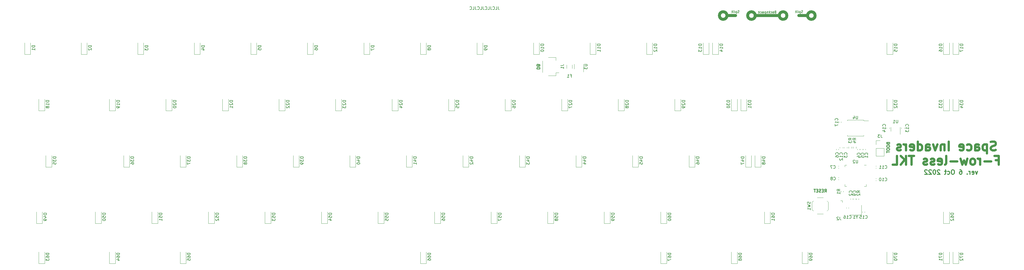
<source format=gbo>
G04 #@! TF.GenerationSoftware,KiCad,Pcbnew,(6.0.8)*
G04 #@! TF.CreationDate,2022-11-13T23:10:32+08:00*
G04 #@! TF.ProjectId,SI_FRL,53495f46-524c-42e6-9b69-6361645f7063,rev?*
G04 #@! TF.SameCoordinates,Original*
G04 #@! TF.FileFunction,Legend,Bot*
G04 #@! TF.FilePolarity,Positive*
%FSLAX46Y46*%
G04 Gerber Fmt 4.6, Leading zero omitted, Abs format (unit mm)*
G04 Created by KiCad (PCBNEW (6.0.8)) date 2022-11-13 23:10:32*
%MOMM*%
%LPD*%
G01*
G04 APERTURE LIST*
%ADD10C,1.000000*%
%ADD11C,0.250000*%
%ADD12C,0.150000*%
%ADD13C,0.375000*%
%ADD14C,0.750000*%
%ADD15C,0.120000*%
G04 APERTURE END LIST*
D10*
X253115000Y5330000D02*
G75*
G03*
X253115000Y5330000I-1270000J0D01*
G01*
X273300000Y5330000D02*
G75*
G03*
X273300000Y5330000I-1270000J0D01*
G01*
X243590000Y5330000D02*
G75*
G03*
X243590000Y5330000I-1270000J0D01*
G01*
X243590000Y5330000D02*
X246515000Y5330000D01*
X263775000Y5330000D02*
G75*
G03*
X263775000Y5330000I-1270000J0D01*
G01*
X253115000Y5330000D02*
X261235000Y5330000D01*
X270760000Y5330000D02*
X267835000Y5330000D01*
D11*
X297828571Y-37842857D02*
X297876190Y-37985714D01*
X297923809Y-38033333D01*
X298019047Y-38080952D01*
X298161904Y-38080952D01*
X298257142Y-38033333D01*
X298304761Y-37985714D01*
X298352380Y-37890476D01*
X298352380Y-37509523D01*
X297352380Y-37509523D01*
X297352380Y-37842857D01*
X297400000Y-37938095D01*
X297447619Y-37985714D01*
X297542857Y-38033333D01*
X297638095Y-38033333D01*
X297733333Y-37985714D01*
X297780952Y-37938095D01*
X297828571Y-37842857D01*
X297828571Y-37509523D01*
X297352380Y-38700000D02*
X297352380Y-38890476D01*
X297400000Y-38985714D01*
X297495238Y-39080952D01*
X297685714Y-39128571D01*
X298019047Y-39128571D01*
X298209523Y-39080952D01*
X298304761Y-38985714D01*
X298352380Y-38890476D01*
X298352380Y-38700000D01*
X298304761Y-38604761D01*
X298209523Y-38509523D01*
X298019047Y-38461904D01*
X297685714Y-38461904D01*
X297495238Y-38509523D01*
X297400000Y-38604761D01*
X297352380Y-38700000D01*
X297352380Y-39747619D02*
X297352380Y-39938095D01*
X297400000Y-40033333D01*
X297495238Y-40128571D01*
X297685714Y-40176190D01*
X298019047Y-40176190D01*
X298209523Y-40128571D01*
X298304761Y-40033333D01*
X298352380Y-39938095D01*
X298352380Y-39747619D01*
X298304761Y-39652380D01*
X298209523Y-39557142D01*
X298019047Y-39509523D01*
X297685714Y-39509523D01*
X297495238Y-39557142D01*
X297400000Y-39652380D01*
X297352380Y-39747619D01*
X297352380Y-40461904D02*
X297352380Y-41033333D01*
X298352380Y-40747619D02*
X297352380Y-40747619D01*
D12*
X259879761Y6557142D02*
X259765476Y6519047D01*
X259727380Y6480952D01*
X259689285Y6404761D01*
X259689285Y6290476D01*
X259727380Y6214285D01*
X259765476Y6176190D01*
X259841666Y6138095D01*
X260146428Y6138095D01*
X260146428Y6938095D01*
X259879761Y6938095D01*
X259803571Y6900000D01*
X259765476Y6861904D01*
X259727380Y6785714D01*
X259727380Y6709523D01*
X259765476Y6633333D01*
X259803571Y6595238D01*
X259879761Y6557142D01*
X260146428Y6557142D01*
X259003571Y6138095D02*
X259003571Y6557142D01*
X259041666Y6633333D01*
X259117857Y6671428D01*
X259270238Y6671428D01*
X259346428Y6633333D01*
X259003571Y6176190D02*
X259079761Y6138095D01*
X259270238Y6138095D01*
X259346428Y6176190D01*
X259384523Y6252380D01*
X259384523Y6328571D01*
X259346428Y6404761D01*
X259270238Y6442857D01*
X259079761Y6442857D01*
X259003571Y6480952D01*
X258279761Y6176190D02*
X258355952Y6138095D01*
X258508333Y6138095D01*
X258584523Y6176190D01*
X258622619Y6214285D01*
X258660714Y6290476D01*
X258660714Y6519047D01*
X258622619Y6595238D01*
X258584523Y6633333D01*
X258508333Y6671428D01*
X258355952Y6671428D01*
X258279761Y6633333D01*
X257936904Y6138095D02*
X257936904Y6938095D01*
X257860714Y6442857D02*
X257632142Y6138095D01*
X257632142Y6671428D02*
X257936904Y6366666D01*
X257327380Y6176190D02*
X257251190Y6138095D01*
X257098809Y6138095D01*
X257022619Y6176190D01*
X256984523Y6252380D01*
X256984523Y6290476D01*
X257022619Y6366666D01*
X257098809Y6404761D01*
X257213095Y6404761D01*
X257289285Y6442857D01*
X257327380Y6519047D01*
X257327380Y6557142D01*
X257289285Y6633333D01*
X257213095Y6671428D01*
X257098809Y6671428D01*
X257022619Y6633333D01*
X256641666Y6671428D02*
X256641666Y5871428D01*
X256641666Y6633333D02*
X256565476Y6671428D01*
X256413095Y6671428D01*
X256336904Y6633333D01*
X256298809Y6595238D01*
X256260714Y6519047D01*
X256260714Y6290476D01*
X256298809Y6214285D01*
X256336904Y6176190D01*
X256413095Y6138095D01*
X256565476Y6138095D01*
X256641666Y6176190D01*
X255575000Y6138095D02*
X255575000Y6557142D01*
X255613095Y6633333D01*
X255689285Y6671428D01*
X255841666Y6671428D01*
X255917857Y6633333D01*
X255575000Y6176190D02*
X255651190Y6138095D01*
X255841666Y6138095D01*
X255917857Y6176190D01*
X255955952Y6252380D01*
X255955952Y6328571D01*
X255917857Y6404761D01*
X255841666Y6442857D01*
X255651190Y6442857D01*
X255575000Y6480952D01*
X254851190Y6176190D02*
X254927380Y6138095D01*
X255079761Y6138095D01*
X255155952Y6176190D01*
X255194047Y6214285D01*
X255232142Y6290476D01*
X255232142Y6519047D01*
X255194047Y6595238D01*
X255155952Y6633333D01*
X255079761Y6671428D01*
X254927380Y6671428D01*
X254851190Y6633333D01*
X254203571Y6176190D02*
X254279761Y6138095D01*
X254432142Y6138095D01*
X254508333Y6176190D01*
X254546428Y6252380D01*
X254546428Y6557142D01*
X254508333Y6633333D01*
X254432142Y6671428D01*
X254279761Y6671428D01*
X254203571Y6633333D01*
X254165476Y6557142D01*
X254165476Y6480952D01*
X254546428Y6404761D01*
X247678422Y6276190D02*
X247564136Y6238095D01*
X247373660Y6238095D01*
X247297470Y6276190D01*
X247259375Y6314285D01*
X247221279Y6390476D01*
X247221279Y6466666D01*
X247259375Y6542857D01*
X247297470Y6580952D01*
X247373660Y6619047D01*
X247526041Y6657142D01*
X247602232Y6695238D01*
X247640327Y6733333D01*
X247678422Y6809523D01*
X247678422Y6885714D01*
X247640327Y6961904D01*
X247602232Y7000000D01*
X247526041Y7038095D01*
X247335565Y7038095D01*
X247221279Y7000000D01*
X246878422Y6771428D02*
X246878422Y5971428D01*
X246878422Y6733333D02*
X246802232Y6771428D01*
X246649851Y6771428D01*
X246573660Y6733333D01*
X246535565Y6695238D01*
X246497470Y6619047D01*
X246497470Y6390476D01*
X246535565Y6314285D01*
X246573660Y6276190D01*
X246649851Y6238095D01*
X246802232Y6238095D01*
X246878422Y6276190D01*
X246040327Y6238095D02*
X246116517Y6276190D01*
X246154613Y6352380D01*
X246154613Y7038095D01*
X245735565Y6238095D02*
X245735565Y6771428D01*
X245735565Y7038095D02*
X245773660Y7000000D01*
X245735565Y6961904D01*
X245697470Y7000000D01*
X245735565Y7038095D01*
X245735565Y6961904D01*
X245468898Y6771428D02*
X245164136Y6771428D01*
X245354613Y7038095D02*
X245354613Y6352380D01*
X245316517Y6276190D01*
X245240327Y6238095D01*
X245164136Y6238095D01*
D11*
X276452380Y-54352380D02*
X276785714Y-53876190D01*
X277023809Y-54352380D02*
X277023809Y-53352380D01*
X276642857Y-53352380D01*
X276547619Y-53400000D01*
X276500000Y-53447619D01*
X276452380Y-53542857D01*
X276452380Y-53685714D01*
X276500000Y-53780952D01*
X276547619Y-53828571D01*
X276642857Y-53876190D01*
X277023809Y-53876190D01*
X276023809Y-53828571D02*
X275690476Y-53828571D01*
X275547619Y-54352380D02*
X276023809Y-54352380D01*
X276023809Y-53352380D01*
X275547619Y-53352380D01*
X275166666Y-54304761D02*
X275023809Y-54352380D01*
X274785714Y-54352380D01*
X274690476Y-54304761D01*
X274642857Y-54257142D01*
X274595238Y-54161904D01*
X274595238Y-54066666D01*
X274642857Y-53971428D01*
X274690476Y-53923809D01*
X274785714Y-53876190D01*
X274976190Y-53828571D01*
X275071428Y-53780952D01*
X275119047Y-53733333D01*
X275166666Y-53638095D01*
X275166666Y-53542857D01*
X275119047Y-53447619D01*
X275071428Y-53400000D01*
X274976190Y-53352380D01*
X274738095Y-53352380D01*
X274595238Y-53400000D01*
X274166666Y-53828571D02*
X273833333Y-53828571D01*
X273690476Y-54352380D02*
X274166666Y-54352380D01*
X274166666Y-53352380D01*
X273690476Y-53352380D01*
X273404761Y-53352380D02*
X272833333Y-53352380D01*
X273119047Y-54352380D02*
X273119047Y-53352380D01*
D12*
X269109672Y6276190D02*
X268995386Y6238095D01*
X268804910Y6238095D01*
X268728720Y6276190D01*
X268690625Y6314285D01*
X268652529Y6390476D01*
X268652529Y6466666D01*
X268690625Y6542857D01*
X268728720Y6580952D01*
X268804910Y6619047D01*
X268957291Y6657142D01*
X269033482Y6695238D01*
X269071577Y6733333D01*
X269109672Y6809523D01*
X269109672Y6885714D01*
X269071577Y6961904D01*
X269033482Y7000000D01*
X268957291Y7038095D01*
X268766815Y7038095D01*
X268652529Y7000000D01*
X268309672Y6771428D02*
X268309672Y5971428D01*
X268309672Y6733333D02*
X268233482Y6771428D01*
X268081101Y6771428D01*
X268004910Y6733333D01*
X267966815Y6695238D01*
X267928720Y6619047D01*
X267928720Y6390476D01*
X267966815Y6314285D01*
X268004910Y6276190D01*
X268081101Y6238095D01*
X268233482Y6238095D01*
X268309672Y6276190D01*
X267471577Y6238095D02*
X267547767Y6276190D01*
X267585863Y6352380D01*
X267585863Y7038095D01*
X267166815Y6238095D02*
X267166815Y6771428D01*
X267166815Y7038095D02*
X267204910Y7000000D01*
X267166815Y6961904D01*
X267128720Y7000000D01*
X267166815Y7038095D01*
X267166815Y6961904D01*
X266900148Y6771428D02*
X266595386Y6771428D01*
X266785863Y7038095D02*
X266785863Y6352380D01*
X266747767Y6276190D01*
X266671577Y6238095D01*
X266595386Y6238095D01*
D13*
X328051785Y-47303571D02*
X327694642Y-48303571D01*
X327337500Y-47303571D01*
X326194642Y-48232142D02*
X326337500Y-48303571D01*
X326623214Y-48303571D01*
X326766071Y-48232142D01*
X326837500Y-48089285D01*
X326837500Y-47517857D01*
X326766071Y-47375000D01*
X326623214Y-47303571D01*
X326337500Y-47303571D01*
X326194642Y-47375000D01*
X326123214Y-47517857D01*
X326123214Y-47660714D01*
X326837500Y-47803571D01*
X325480357Y-48303571D02*
X325480357Y-47303571D01*
X325480357Y-47589285D02*
X325408928Y-47446428D01*
X325337500Y-47375000D01*
X325194642Y-47303571D01*
X325051785Y-47303571D01*
X324551785Y-48160714D02*
X324480357Y-48232142D01*
X324551785Y-48303571D01*
X324623214Y-48232142D01*
X324551785Y-48160714D01*
X324551785Y-48303571D01*
X322051785Y-46803571D02*
X322337500Y-46803571D01*
X322480357Y-46875000D01*
X322551785Y-46946428D01*
X322694642Y-47160714D01*
X322766071Y-47446428D01*
X322766071Y-48017857D01*
X322694642Y-48160714D01*
X322623214Y-48232142D01*
X322480357Y-48303571D01*
X322194642Y-48303571D01*
X322051785Y-48232142D01*
X321980357Y-48160714D01*
X321908928Y-48017857D01*
X321908928Y-47660714D01*
X321980357Y-47517857D01*
X322051785Y-47446428D01*
X322194642Y-47375000D01*
X322480357Y-47375000D01*
X322623214Y-47446428D01*
X322694642Y-47517857D01*
X322766071Y-47660714D01*
X319837500Y-46803571D02*
X319551785Y-46803571D01*
X319408928Y-46875000D01*
X319266071Y-47017857D01*
X319194642Y-47303571D01*
X319194642Y-47803571D01*
X319266071Y-48089285D01*
X319408928Y-48232142D01*
X319551785Y-48303571D01*
X319837500Y-48303571D01*
X319980357Y-48232142D01*
X320123214Y-48089285D01*
X320194642Y-47803571D01*
X320194642Y-47303571D01*
X320123214Y-47017857D01*
X319980357Y-46875000D01*
X319837500Y-46803571D01*
X317908928Y-48232142D02*
X318051785Y-48303571D01*
X318337500Y-48303571D01*
X318480357Y-48232142D01*
X318551785Y-48160714D01*
X318623214Y-48017857D01*
X318623214Y-47589285D01*
X318551785Y-47446428D01*
X318480357Y-47375000D01*
X318337500Y-47303571D01*
X318051785Y-47303571D01*
X317908928Y-47375000D01*
X317480357Y-47303571D02*
X316908928Y-47303571D01*
X317266071Y-46803571D02*
X317266071Y-48089285D01*
X317194642Y-48232142D01*
X317051785Y-48303571D01*
X316908928Y-48303571D01*
X315337500Y-46946428D02*
X315266071Y-46875000D01*
X315123214Y-46803571D01*
X314766071Y-46803571D01*
X314623214Y-46875000D01*
X314551785Y-46946428D01*
X314480357Y-47089285D01*
X314480357Y-47232142D01*
X314551785Y-47446428D01*
X315408928Y-48303571D01*
X314480357Y-48303571D01*
X313551785Y-46803571D02*
X313408928Y-46803571D01*
X313266071Y-46875000D01*
X313194642Y-46946428D01*
X313123214Y-47089285D01*
X313051785Y-47375000D01*
X313051785Y-47732142D01*
X313123214Y-48017857D01*
X313194642Y-48160714D01*
X313266071Y-48232142D01*
X313408928Y-48303571D01*
X313551785Y-48303571D01*
X313694642Y-48232142D01*
X313766071Y-48160714D01*
X313837500Y-48017857D01*
X313908928Y-47732142D01*
X313908928Y-47375000D01*
X313837500Y-47089285D01*
X313766071Y-46946428D01*
X313694642Y-46875000D01*
X313551785Y-46803571D01*
X312480357Y-46946428D02*
X312408928Y-46875000D01*
X312266071Y-46803571D01*
X311908928Y-46803571D01*
X311766071Y-46875000D01*
X311694642Y-46946428D01*
X311623214Y-47089285D01*
X311623214Y-47232142D01*
X311694642Y-47446428D01*
X312551785Y-48303571D01*
X311623214Y-48303571D01*
X311051785Y-46946428D02*
X310980357Y-46875000D01*
X310837500Y-46803571D01*
X310480357Y-46803571D01*
X310337500Y-46875000D01*
X310266071Y-46946428D01*
X310194642Y-47089285D01*
X310194642Y-47232142D01*
X310266071Y-47446428D01*
X311123214Y-48303571D01*
X310194642Y-48303571D01*
D14*
X334142857Y-40074285D02*
X333714285Y-40217142D01*
X333000000Y-40217142D01*
X332714285Y-40074285D01*
X332571428Y-39931428D01*
X332428571Y-39645714D01*
X332428571Y-39360000D01*
X332571428Y-39074285D01*
X332714285Y-38931428D01*
X333000000Y-38788571D01*
X333571428Y-38645714D01*
X333857142Y-38502857D01*
X334000000Y-38360000D01*
X334142857Y-38074285D01*
X334142857Y-37788571D01*
X334000000Y-37502857D01*
X333857142Y-37360000D01*
X333571428Y-37217142D01*
X332857142Y-37217142D01*
X332428571Y-37360000D01*
X331142857Y-38217142D02*
X331142857Y-41217142D01*
X331142857Y-38360000D02*
X330857142Y-38217142D01*
X330285714Y-38217142D01*
X330000000Y-38360000D01*
X329857142Y-38502857D01*
X329714285Y-38788571D01*
X329714285Y-39645714D01*
X329857142Y-39931428D01*
X330000000Y-40074285D01*
X330285714Y-40217142D01*
X330857142Y-40217142D01*
X331142857Y-40074285D01*
X327142857Y-40217142D02*
X327142857Y-38645714D01*
X327285714Y-38360000D01*
X327571428Y-38217142D01*
X328142857Y-38217142D01*
X328428571Y-38360000D01*
X327142857Y-40074285D02*
X327428571Y-40217142D01*
X328142857Y-40217142D01*
X328428571Y-40074285D01*
X328571428Y-39788571D01*
X328571428Y-39502857D01*
X328428571Y-39217142D01*
X328142857Y-39074285D01*
X327428571Y-39074285D01*
X327142857Y-38931428D01*
X324428571Y-40074285D02*
X324714285Y-40217142D01*
X325285714Y-40217142D01*
X325571428Y-40074285D01*
X325714285Y-39931428D01*
X325857142Y-39645714D01*
X325857142Y-38788571D01*
X325714285Y-38502857D01*
X325571428Y-38360000D01*
X325285714Y-38217142D01*
X324714285Y-38217142D01*
X324428571Y-38360000D01*
X322000000Y-40074285D02*
X322285714Y-40217142D01*
X322857142Y-40217142D01*
X323142857Y-40074285D01*
X323285714Y-39788571D01*
X323285714Y-38645714D01*
X323142857Y-38360000D01*
X322857142Y-38217142D01*
X322285714Y-38217142D01*
X322000000Y-38360000D01*
X321857142Y-38645714D01*
X321857142Y-38931428D01*
X323285714Y-39217142D01*
X318285714Y-40217142D02*
X318285714Y-37217142D01*
X316857142Y-38217142D02*
X316857142Y-40217142D01*
X316857142Y-38502857D02*
X316714285Y-38360000D01*
X316428571Y-38217142D01*
X316000000Y-38217142D01*
X315714285Y-38360000D01*
X315571428Y-38645714D01*
X315571428Y-40217142D01*
X314428571Y-38217142D02*
X313714285Y-40217142D01*
X313000000Y-38217142D01*
X310571428Y-40217142D02*
X310571428Y-38645714D01*
X310714285Y-38360000D01*
X311000000Y-38217142D01*
X311571428Y-38217142D01*
X311857142Y-38360000D01*
X310571428Y-40074285D02*
X310857142Y-40217142D01*
X311571428Y-40217142D01*
X311857142Y-40074285D01*
X312000000Y-39788571D01*
X312000000Y-39502857D01*
X311857142Y-39217142D01*
X311571428Y-39074285D01*
X310857142Y-39074285D01*
X310571428Y-38931428D01*
X307857142Y-40217142D02*
X307857142Y-37217142D01*
X307857142Y-40074285D02*
X308142857Y-40217142D01*
X308714285Y-40217142D01*
X309000000Y-40074285D01*
X309142857Y-39931428D01*
X309285714Y-39645714D01*
X309285714Y-38788571D01*
X309142857Y-38502857D01*
X309000000Y-38360000D01*
X308714285Y-38217142D01*
X308142857Y-38217142D01*
X307857142Y-38360000D01*
X305285714Y-40074285D02*
X305571428Y-40217142D01*
X306142857Y-40217142D01*
X306428571Y-40074285D01*
X306571428Y-39788571D01*
X306571428Y-38645714D01*
X306428571Y-38360000D01*
X306142857Y-38217142D01*
X305571428Y-38217142D01*
X305285714Y-38360000D01*
X305142857Y-38645714D01*
X305142857Y-38931428D01*
X306571428Y-39217142D01*
X303857142Y-40217142D02*
X303857142Y-38217142D01*
X303857142Y-38788571D02*
X303714285Y-38502857D01*
X303571428Y-38360000D01*
X303285714Y-38217142D01*
X303000000Y-38217142D01*
X302142857Y-40074285D02*
X301857142Y-40217142D01*
X301285714Y-40217142D01*
X301000000Y-40074285D01*
X300857142Y-39788571D01*
X300857142Y-39645714D01*
X301000000Y-39360000D01*
X301285714Y-39217142D01*
X301714285Y-39217142D01*
X302000000Y-39074285D01*
X302142857Y-38788571D01*
X302142857Y-38645714D01*
X302000000Y-38360000D01*
X301714285Y-38217142D01*
X301285714Y-38217142D01*
X301000000Y-38360000D01*
X334142857Y-43475714D02*
X335142857Y-43475714D01*
X335142857Y-45047142D02*
X335142857Y-42047142D01*
X333714285Y-42047142D01*
X332571428Y-43904285D02*
X330285714Y-43904285D01*
X328857142Y-45047142D02*
X328857142Y-43047142D01*
X328857142Y-43618571D02*
X328714285Y-43332857D01*
X328571428Y-43190000D01*
X328285714Y-43047142D01*
X328000000Y-43047142D01*
X326571428Y-45047142D02*
X326857142Y-44904285D01*
X327000000Y-44761428D01*
X327142857Y-44475714D01*
X327142857Y-43618571D01*
X327000000Y-43332857D01*
X326857142Y-43190000D01*
X326571428Y-43047142D01*
X326142857Y-43047142D01*
X325857142Y-43190000D01*
X325714285Y-43332857D01*
X325571428Y-43618571D01*
X325571428Y-44475714D01*
X325714285Y-44761428D01*
X325857142Y-44904285D01*
X326142857Y-45047142D01*
X326571428Y-45047142D01*
X324571428Y-43047142D02*
X324000000Y-45047142D01*
X323428571Y-43618571D01*
X322857142Y-45047142D01*
X322285714Y-43047142D01*
X321142857Y-43904285D02*
X318857142Y-43904285D01*
X317000000Y-45047142D02*
X317285714Y-44904285D01*
X317428571Y-44618571D01*
X317428571Y-42047142D01*
X314714285Y-44904285D02*
X315000000Y-45047142D01*
X315571428Y-45047142D01*
X315857142Y-44904285D01*
X316000000Y-44618571D01*
X316000000Y-43475714D01*
X315857142Y-43190000D01*
X315571428Y-43047142D01*
X315000000Y-43047142D01*
X314714285Y-43190000D01*
X314571428Y-43475714D01*
X314571428Y-43761428D01*
X316000000Y-44047142D01*
X313428571Y-44904285D02*
X313142857Y-45047142D01*
X312571428Y-45047142D01*
X312285714Y-44904285D01*
X312142857Y-44618571D01*
X312142857Y-44475714D01*
X312285714Y-44190000D01*
X312571428Y-44047142D01*
X313000000Y-44047142D01*
X313285714Y-43904285D01*
X313428571Y-43618571D01*
X313428571Y-43475714D01*
X313285714Y-43190000D01*
X313000000Y-43047142D01*
X312571428Y-43047142D01*
X312285714Y-43190000D01*
X311000000Y-44904285D02*
X310714285Y-45047142D01*
X310142857Y-45047142D01*
X309857142Y-44904285D01*
X309714285Y-44618571D01*
X309714285Y-44475714D01*
X309857142Y-44190000D01*
X310142857Y-44047142D01*
X310571428Y-44047142D01*
X310857142Y-43904285D01*
X311000000Y-43618571D01*
X311000000Y-43475714D01*
X310857142Y-43190000D01*
X310571428Y-43047142D01*
X310142857Y-43047142D01*
X309857142Y-43190000D01*
X306571428Y-42047142D02*
X304857142Y-42047142D01*
X305714285Y-45047142D02*
X305714285Y-42047142D01*
X303857142Y-45047142D02*
X303857142Y-42047142D01*
X302142857Y-45047142D02*
X303428571Y-43332857D01*
X302142857Y-42047142D02*
X303857142Y-43761428D01*
X299428571Y-45047142D02*
X300857142Y-45047142D01*
X300857142Y-42047142D01*
D12*
X166544047Y8347619D02*
X166544047Y7633333D01*
X166591666Y7490476D01*
X166686904Y7395238D01*
X166829761Y7347619D01*
X166925000Y7347619D01*
X165591666Y7347619D02*
X166067857Y7347619D01*
X166067857Y8347619D01*
X164686904Y7442857D02*
X164734523Y7395238D01*
X164877380Y7347619D01*
X164972619Y7347619D01*
X165115476Y7395238D01*
X165210714Y7490476D01*
X165258333Y7585714D01*
X165305952Y7776190D01*
X165305952Y7919047D01*
X165258333Y8109523D01*
X165210714Y8204761D01*
X165115476Y8300000D01*
X164972619Y8347619D01*
X164877380Y8347619D01*
X164734523Y8300000D01*
X164686904Y8252380D01*
X163972619Y8347619D02*
X163972619Y7633333D01*
X164020238Y7490476D01*
X164115476Y7395238D01*
X164258333Y7347619D01*
X164353571Y7347619D01*
X163020238Y7347619D02*
X163496428Y7347619D01*
X163496428Y8347619D01*
X162115476Y7442857D02*
X162163095Y7395238D01*
X162305952Y7347619D01*
X162401190Y7347619D01*
X162544047Y7395238D01*
X162639285Y7490476D01*
X162686904Y7585714D01*
X162734523Y7776190D01*
X162734523Y7919047D01*
X162686904Y8109523D01*
X162639285Y8204761D01*
X162544047Y8300000D01*
X162401190Y8347619D01*
X162305952Y8347619D01*
X162163095Y8300000D01*
X162115476Y8252380D01*
X161401190Y8347619D02*
X161401190Y7633333D01*
X161448809Y7490476D01*
X161544047Y7395238D01*
X161686904Y7347619D01*
X161782142Y7347619D01*
X160448809Y7347619D02*
X160925000Y7347619D01*
X160925000Y8347619D01*
X159544047Y7442857D02*
X159591666Y7395238D01*
X159734523Y7347619D01*
X159829761Y7347619D01*
X159972619Y7395238D01*
X160067857Y7490476D01*
X160115476Y7585714D01*
X160163095Y7776190D01*
X160163095Y7919047D01*
X160115476Y8109523D01*
X160067857Y8204761D01*
X159972619Y8300000D01*
X159829761Y8347619D01*
X159734523Y8347619D01*
X159591666Y8300000D01*
X159544047Y8252380D01*
X158829761Y8347619D02*
X158829761Y7633333D01*
X158877380Y7490476D01*
X158972619Y7395238D01*
X159115476Y7347619D01*
X159210714Y7347619D01*
X157877380Y7347619D02*
X158353571Y7347619D01*
X158353571Y8347619D01*
X156972619Y7442857D02*
X157020238Y7395238D01*
X157163095Y7347619D01*
X157258333Y7347619D01*
X157401190Y7395238D01*
X157496428Y7490476D01*
X157544047Y7585714D01*
X157591666Y7776190D01*
X157591666Y7919047D01*
X157544047Y8109523D01*
X157496428Y8204761D01*
X157401190Y8300000D01*
X157258333Y8347619D01*
X157163095Y8347619D01*
X157020238Y8300000D01*
X156972619Y8252380D01*
D11*
X179547619Y-12668154D02*
X180547619Y-12668154D01*
X180547619Y-12430059D01*
X180500000Y-12287202D01*
X180404761Y-12191964D01*
X180309523Y-12144345D01*
X180119047Y-12096726D01*
X179976190Y-12096726D01*
X179785714Y-12144345D01*
X179690476Y-12191964D01*
X179595238Y-12287202D01*
X179547619Y-12430059D01*
X179547619Y-12668154D01*
X180071428Y-11334821D02*
X180023809Y-11191964D01*
X179976190Y-11144345D01*
X179880952Y-11096726D01*
X179738095Y-11096726D01*
X179642857Y-11144345D01*
X179595238Y-11191964D01*
X179547619Y-11287202D01*
X179547619Y-11668154D01*
X180547619Y-11668154D01*
X180547619Y-11334821D01*
X180500000Y-11239583D01*
X180452380Y-11191964D01*
X180357142Y-11144345D01*
X180261904Y-11144345D01*
X180166666Y-11191964D01*
X180119047Y-11239583D01*
X180071428Y-11334821D01*
X180071428Y-11668154D01*
D12*
X224702380Y-61491964D02*
X223702380Y-61491964D01*
X223702380Y-61730059D01*
X223750000Y-61872916D01*
X223845238Y-61968154D01*
X223940476Y-62015773D01*
X224130952Y-62063392D01*
X224273809Y-62063392D01*
X224464285Y-62015773D01*
X224559523Y-61968154D01*
X224654761Y-61872916D01*
X224702380Y-61730059D01*
X224702380Y-61491964D01*
X223702380Y-62920535D02*
X223702380Y-62730059D01*
X223750000Y-62634821D01*
X223797619Y-62587202D01*
X223940476Y-62491964D01*
X224130952Y-62444345D01*
X224511904Y-62444345D01*
X224607142Y-62491964D01*
X224654761Y-62539583D01*
X224702380Y-62634821D01*
X224702380Y-62825297D01*
X224654761Y-62920535D01*
X224607142Y-62968154D01*
X224511904Y-63015773D01*
X224273809Y-63015773D01*
X224178571Y-62968154D01*
X224130952Y-62920535D01*
X224083333Y-62825297D01*
X224083333Y-62634821D01*
X224130952Y-62539583D01*
X224178571Y-62491964D01*
X224273809Y-62444345D01*
X223702380Y-63634821D02*
X223702380Y-63730059D01*
X223750000Y-63825297D01*
X223797619Y-63872916D01*
X223892857Y-63920535D01*
X224083333Y-63968154D01*
X224321428Y-63968154D01*
X224511904Y-63920535D01*
X224607142Y-63872916D01*
X224654761Y-63825297D01*
X224702380Y-63730059D01*
X224702380Y-63634821D01*
X224654761Y-63539583D01*
X224607142Y-63491964D01*
X224511904Y-63444345D01*
X224321428Y-63396726D01*
X224083333Y-63396726D01*
X223892857Y-63444345D01*
X223797619Y-63491964D01*
X223750000Y-63539583D01*
X223702380Y-63634821D01*
X96114880Y-23391964D02*
X95114880Y-23391964D01*
X95114880Y-23630059D01*
X95162500Y-23772916D01*
X95257738Y-23868154D01*
X95352976Y-23915773D01*
X95543452Y-23963392D01*
X95686309Y-23963392D01*
X95876785Y-23915773D01*
X95972023Y-23868154D01*
X96067261Y-23772916D01*
X96114880Y-23630059D01*
X96114880Y-23391964D01*
X95210119Y-24344345D02*
X95162500Y-24391964D01*
X95114880Y-24487202D01*
X95114880Y-24725297D01*
X95162500Y-24820535D01*
X95210119Y-24868154D01*
X95305357Y-24915773D01*
X95400595Y-24915773D01*
X95543452Y-24868154D01*
X96114880Y-24296726D01*
X96114880Y-24915773D01*
X95210119Y-25296726D02*
X95162500Y-25344345D01*
X95114880Y-25439583D01*
X95114880Y-25677678D01*
X95162500Y-25772916D01*
X95210119Y-25820535D01*
X95305357Y-25868154D01*
X95400595Y-25868154D01*
X95543452Y-25820535D01*
X96114880Y-25249107D01*
X96114880Y-25868154D01*
X138977380Y-42441964D02*
X137977380Y-42441964D01*
X137977380Y-42680059D01*
X138025000Y-42822916D01*
X138120238Y-42918154D01*
X138215476Y-42965773D01*
X138405952Y-43013392D01*
X138548809Y-43013392D01*
X138739285Y-42965773D01*
X138834523Y-42918154D01*
X138929761Y-42822916D01*
X138977380Y-42680059D01*
X138977380Y-42441964D01*
X138310714Y-43870535D02*
X138977380Y-43870535D01*
X137929761Y-43632440D02*
X138644047Y-43394345D01*
X138644047Y-44013392D01*
X138977380Y-44918154D02*
X138977380Y-44346726D01*
X138977380Y-44632440D02*
X137977380Y-44632440D01*
X138120238Y-44537202D01*
X138215476Y-44441964D01*
X138263095Y-44346726D01*
X17533630Y-42441964D02*
X16533630Y-42441964D01*
X16533630Y-42680059D01*
X16581250Y-42822916D01*
X16676488Y-42918154D01*
X16771726Y-42965773D01*
X16962202Y-43013392D01*
X17105059Y-43013392D01*
X17295535Y-42965773D01*
X17390773Y-42918154D01*
X17486011Y-42822916D01*
X17533630Y-42680059D01*
X17533630Y-42441964D01*
X16533630Y-43346726D02*
X16533630Y-43965773D01*
X16914583Y-43632440D01*
X16914583Y-43775297D01*
X16962202Y-43870535D01*
X17009821Y-43918154D01*
X17105059Y-43965773D01*
X17343154Y-43965773D01*
X17438392Y-43918154D01*
X17486011Y-43870535D01*
X17533630Y-43775297D01*
X17533630Y-43489583D01*
X17486011Y-43394345D01*
X17438392Y-43346726D01*
X16533630Y-44870535D02*
X16533630Y-44394345D01*
X17009821Y-44346726D01*
X16962202Y-44394345D01*
X16914583Y-44489583D01*
X16914583Y-44727678D01*
X16962202Y-44822916D01*
X17009821Y-44870535D01*
X17105059Y-44918154D01*
X17343154Y-44918154D01*
X17438392Y-44870535D01*
X17486011Y-44822916D01*
X17533630Y-44727678D01*
X17533630Y-44489583D01*
X17486011Y-44394345D01*
X17438392Y-44346726D01*
X296842857Y-50457142D02*
X296890476Y-50504761D01*
X297033333Y-50552380D01*
X297128571Y-50552380D01*
X297271428Y-50504761D01*
X297366666Y-50409523D01*
X297414285Y-50314285D01*
X297461904Y-50123809D01*
X297461904Y-49980952D01*
X297414285Y-49790476D01*
X297366666Y-49695238D01*
X297271428Y-49600000D01*
X297128571Y-49552380D01*
X297033333Y-49552380D01*
X296890476Y-49600000D01*
X296842857Y-49647619D01*
X295890476Y-50552380D02*
X296461904Y-50552380D01*
X296176190Y-50552380D02*
X296176190Y-49552380D01*
X296271428Y-49695238D01*
X296366666Y-49790476D01*
X296461904Y-49838095D01*
X295271428Y-49552380D02*
X295176190Y-49552380D01*
X295080952Y-49600000D01*
X295033333Y-49647619D01*
X294985714Y-49742857D01*
X294938095Y-49933333D01*
X294938095Y-50171428D01*
X294985714Y-50361904D01*
X295033333Y-50457142D01*
X295080952Y-50504761D01*
X295176190Y-50552380D01*
X295271428Y-50552380D01*
X295366666Y-50504761D01*
X295414285Y-50457142D01*
X295461904Y-50361904D01*
X295509523Y-50171428D01*
X295509523Y-49933333D01*
X295461904Y-49742857D01*
X295414285Y-49647619D01*
X295366666Y-49600000D01*
X295271428Y-49552380D01*
X153264880Y-23391964D02*
X152264880Y-23391964D01*
X152264880Y-23630059D01*
X152312500Y-23772916D01*
X152407738Y-23868154D01*
X152502976Y-23915773D01*
X152693452Y-23963392D01*
X152836309Y-23963392D01*
X153026785Y-23915773D01*
X153122023Y-23868154D01*
X153217261Y-23772916D01*
X153264880Y-23630059D01*
X153264880Y-23391964D01*
X152360119Y-24344345D02*
X152312500Y-24391964D01*
X152264880Y-24487202D01*
X152264880Y-24725297D01*
X152312500Y-24820535D01*
X152360119Y-24868154D01*
X152455357Y-24915773D01*
X152550595Y-24915773D01*
X152693452Y-24868154D01*
X153264880Y-24296726D01*
X153264880Y-24915773D01*
X152264880Y-25820535D02*
X152264880Y-25344345D01*
X152741071Y-25296726D01*
X152693452Y-25344345D01*
X152645833Y-25439583D01*
X152645833Y-25677678D01*
X152693452Y-25772916D01*
X152741071Y-25820535D01*
X152836309Y-25868154D01*
X153074404Y-25868154D01*
X153169642Y-25820535D01*
X153217261Y-25772916D01*
X153264880Y-25677678D01*
X153264880Y-25439583D01*
X153217261Y-25344345D01*
X153169642Y-25296726D01*
X249352380Y-42441964D02*
X248352380Y-42441964D01*
X248352380Y-42680059D01*
X248400000Y-42822916D01*
X248495238Y-42918154D01*
X248590476Y-42965773D01*
X248780952Y-43013392D01*
X248923809Y-43013392D01*
X249114285Y-42965773D01*
X249209523Y-42918154D01*
X249304761Y-42822916D01*
X249352380Y-42680059D01*
X249352380Y-42441964D01*
X248685714Y-43870535D02*
X249352380Y-43870535D01*
X248304761Y-43632440D02*
X249019047Y-43394345D01*
X249019047Y-44013392D01*
X248352380Y-44299107D02*
X248352380Y-44965773D01*
X249352380Y-44537202D01*
X196127380Y-42441964D02*
X195127380Y-42441964D01*
X195127380Y-42680059D01*
X195175000Y-42822916D01*
X195270238Y-42918154D01*
X195365476Y-42965773D01*
X195555952Y-43013392D01*
X195698809Y-43013392D01*
X195889285Y-42965773D01*
X195984523Y-42918154D01*
X196079761Y-42822916D01*
X196127380Y-42680059D01*
X196127380Y-42441964D01*
X195460714Y-43870535D02*
X196127380Y-43870535D01*
X195079761Y-43632440D02*
X195794047Y-43394345D01*
X195794047Y-44013392D01*
X195460714Y-44822916D02*
X196127380Y-44822916D01*
X195079761Y-44584821D02*
X195794047Y-44346726D01*
X195794047Y-44965773D01*
X181839880Y-4341964D02*
X180839880Y-4341964D01*
X180839880Y-4580059D01*
X180887500Y-4722916D01*
X180982738Y-4818154D01*
X181077976Y-4865773D01*
X181268452Y-4913392D01*
X181411309Y-4913392D01*
X181601785Y-4865773D01*
X181697023Y-4818154D01*
X181792261Y-4722916D01*
X181839880Y-4580059D01*
X181839880Y-4341964D01*
X181839880Y-5865773D02*
X181839880Y-5294345D01*
X181839880Y-5580059D02*
X180839880Y-5580059D01*
X180982738Y-5484821D01*
X181077976Y-5389583D01*
X181125595Y-5294345D01*
X180839880Y-6484821D02*
X180839880Y-6580059D01*
X180887500Y-6675297D01*
X180935119Y-6722916D01*
X181030357Y-6770535D01*
X181220833Y-6818154D01*
X181458928Y-6818154D01*
X181649404Y-6770535D01*
X181744642Y-6722916D01*
X181792261Y-6675297D01*
X181839880Y-6580059D01*
X181839880Y-6484821D01*
X181792261Y-6389583D01*
X181744642Y-6341964D01*
X181649404Y-6294345D01*
X181458928Y-6246726D01*
X181220833Y-6246726D01*
X181030357Y-6294345D01*
X180935119Y-6341964D01*
X180887500Y-6389583D01*
X180839880Y-6484821D01*
X295508333Y-34932380D02*
X295508333Y-35646666D01*
X295555952Y-35789523D01*
X295651190Y-35884761D01*
X295794047Y-35932380D01*
X295889285Y-35932380D01*
X295127380Y-34932380D02*
X294508333Y-34932380D01*
X294841666Y-35313333D01*
X294698809Y-35313333D01*
X294603571Y-35360952D01*
X294555952Y-35408571D01*
X294508333Y-35503809D01*
X294508333Y-35741904D01*
X294555952Y-35837142D01*
X294603571Y-35884761D01*
X294698809Y-35932380D01*
X294984523Y-35932380D01*
X295079761Y-35884761D01*
X295127380Y-35837142D01*
X283957142Y-41633333D02*
X284004761Y-41585714D01*
X284052380Y-41442857D01*
X284052380Y-41347619D01*
X284004761Y-41204761D01*
X283909523Y-41109523D01*
X283814285Y-41061904D01*
X283623809Y-41014285D01*
X283480952Y-41014285D01*
X283290476Y-41061904D01*
X283195238Y-41109523D01*
X283100000Y-41204761D01*
X283052380Y-41347619D01*
X283052380Y-41442857D01*
X283100000Y-41585714D01*
X283147619Y-41633333D01*
X283052380Y-41966666D02*
X283052380Y-42585714D01*
X283433333Y-42252380D01*
X283433333Y-42395238D01*
X283480952Y-42490476D01*
X283528571Y-42538095D01*
X283623809Y-42585714D01*
X283861904Y-42585714D01*
X283957142Y-42538095D01*
X284004761Y-42490476D01*
X284052380Y-42395238D01*
X284052380Y-42109523D01*
X284004761Y-42014285D01*
X283957142Y-41966666D01*
X279466666Y-46257142D02*
X279514285Y-46304761D01*
X279657142Y-46352380D01*
X279752380Y-46352380D01*
X279895238Y-46304761D01*
X279990476Y-46209523D01*
X280038095Y-46114285D01*
X280085714Y-45923809D01*
X280085714Y-45780952D01*
X280038095Y-45590476D01*
X279990476Y-45495238D01*
X279895238Y-45400000D01*
X279752380Y-45352380D01*
X279657142Y-45352380D01*
X279514285Y-45400000D01*
X279466666Y-45447619D01*
X279133333Y-45352380D02*
X278466666Y-45352380D01*
X278895238Y-46352380D01*
X285657142Y-54533333D02*
X285704761Y-54485714D01*
X285752380Y-54342857D01*
X285752380Y-54247619D01*
X285704761Y-54104761D01*
X285609523Y-54009523D01*
X285514285Y-53961904D01*
X285323809Y-53914285D01*
X285180952Y-53914285D01*
X284990476Y-53961904D01*
X284895238Y-54009523D01*
X284800000Y-54104761D01*
X284752380Y-54247619D01*
X284752380Y-54342857D01*
X284800000Y-54485714D01*
X284847619Y-54533333D01*
X284847619Y-54914285D02*
X284800000Y-54961904D01*
X284752380Y-55057142D01*
X284752380Y-55295238D01*
X284800000Y-55390476D01*
X284847619Y-55438095D01*
X284942857Y-55485714D01*
X285038095Y-55485714D01*
X285180952Y-55438095D01*
X285752380Y-54866666D01*
X285752380Y-55485714D01*
X77064880Y-23391964D02*
X76064880Y-23391964D01*
X76064880Y-23630059D01*
X76112500Y-23772916D01*
X76207738Y-23868154D01*
X76302976Y-23915773D01*
X76493452Y-23963392D01*
X76636309Y-23963392D01*
X76826785Y-23915773D01*
X76922023Y-23868154D01*
X77017261Y-23772916D01*
X77064880Y-23630059D01*
X77064880Y-23391964D01*
X76160119Y-24344345D02*
X76112500Y-24391964D01*
X76064880Y-24487202D01*
X76064880Y-24725297D01*
X76112500Y-24820535D01*
X76160119Y-24868154D01*
X76255357Y-24915773D01*
X76350595Y-24915773D01*
X76493452Y-24868154D01*
X77064880Y-24296726D01*
X77064880Y-24915773D01*
X77064880Y-25868154D02*
X77064880Y-25296726D01*
X77064880Y-25582440D02*
X76064880Y-25582440D01*
X76207738Y-25487202D01*
X76302976Y-25391964D01*
X76350595Y-25296726D01*
X316052380Y-4341964D02*
X315052380Y-4341964D01*
X315052380Y-4580059D01*
X315100000Y-4722916D01*
X315195238Y-4818154D01*
X315290476Y-4865773D01*
X315480952Y-4913392D01*
X315623809Y-4913392D01*
X315814285Y-4865773D01*
X315909523Y-4818154D01*
X316004761Y-4722916D01*
X316052380Y-4580059D01*
X316052380Y-4341964D01*
X316052380Y-5865773D02*
X316052380Y-5294345D01*
X316052380Y-5580059D02*
X315052380Y-5580059D01*
X315195238Y-5484821D01*
X315290476Y-5389583D01*
X315338095Y-5294345D01*
X315052380Y-6722916D02*
X315052380Y-6532440D01*
X315100000Y-6437202D01*
X315147619Y-6389583D01*
X315290476Y-6294345D01*
X315480952Y-6246726D01*
X315861904Y-6246726D01*
X315957142Y-6294345D01*
X316004761Y-6341964D01*
X316052380Y-6437202D01*
X316052380Y-6627678D01*
X316004761Y-6722916D01*
X315957142Y-6770535D01*
X315861904Y-6818154D01*
X315623809Y-6818154D01*
X315528571Y-6770535D01*
X315480952Y-6722916D01*
X315433333Y-6627678D01*
X315433333Y-6437202D01*
X315480952Y-6341964D01*
X315528571Y-6294345D01*
X315623809Y-6246726D01*
X10389880Y-4818154D02*
X9389880Y-4818154D01*
X9389880Y-5056250D01*
X9437500Y-5199107D01*
X9532738Y-5294345D01*
X9627976Y-5341964D01*
X9818452Y-5389583D01*
X9961309Y-5389583D01*
X10151785Y-5341964D01*
X10247023Y-5294345D01*
X10342261Y-5199107D01*
X10389880Y-5056250D01*
X10389880Y-4818154D01*
X10389880Y-6341964D02*
X10389880Y-5770535D01*
X10389880Y-6056250D02*
X9389880Y-6056250D01*
X9532738Y-5961011D01*
X9627976Y-5865773D01*
X9675595Y-5770535D01*
X300902380Y-4341964D02*
X299902380Y-4341964D01*
X299902380Y-4580059D01*
X299950000Y-4722916D01*
X300045238Y-4818154D01*
X300140476Y-4865773D01*
X300330952Y-4913392D01*
X300473809Y-4913392D01*
X300664285Y-4865773D01*
X300759523Y-4818154D01*
X300854761Y-4722916D01*
X300902380Y-4580059D01*
X300902380Y-4341964D01*
X300902380Y-5865773D02*
X300902380Y-5294345D01*
X300902380Y-5580059D02*
X299902380Y-5580059D01*
X300045238Y-5484821D01*
X300140476Y-5389583D01*
X300188095Y-5294345D01*
X299902380Y-6770535D02*
X299902380Y-6294345D01*
X300378571Y-6246726D01*
X300330952Y-6294345D01*
X300283333Y-6389583D01*
X300283333Y-6627678D01*
X300330952Y-6722916D01*
X300378571Y-6770535D01*
X300473809Y-6818154D01*
X300711904Y-6818154D01*
X300807142Y-6770535D01*
X300854761Y-6722916D01*
X300902380Y-6627678D01*
X300902380Y-6389583D01*
X300854761Y-6294345D01*
X300807142Y-6246726D01*
X29439880Y-4818154D02*
X28439880Y-4818154D01*
X28439880Y-5056250D01*
X28487500Y-5199107D01*
X28582738Y-5294345D01*
X28677976Y-5341964D01*
X28868452Y-5389583D01*
X29011309Y-5389583D01*
X29201785Y-5341964D01*
X29297023Y-5294345D01*
X29392261Y-5199107D01*
X29439880Y-5056250D01*
X29439880Y-4818154D01*
X28535119Y-5770535D02*
X28487500Y-5818154D01*
X28439880Y-5913392D01*
X28439880Y-6151488D01*
X28487500Y-6246726D01*
X28535119Y-6294345D01*
X28630357Y-6341964D01*
X28725595Y-6341964D01*
X28868452Y-6294345D01*
X29439880Y-5722916D01*
X29439880Y-6341964D01*
X288357141Y-41733333D02*
X288404760Y-41685714D01*
X288452379Y-41542857D01*
X288452379Y-41447619D01*
X288404760Y-41304761D01*
X288309522Y-41209523D01*
X288214284Y-41161904D01*
X288023808Y-41114285D01*
X287880951Y-41114285D01*
X287690475Y-41161904D01*
X287595237Y-41209523D01*
X287499999Y-41304761D01*
X287452379Y-41447619D01*
X287452379Y-41542857D01*
X287499999Y-41685714D01*
X287547618Y-41733333D01*
X287785713Y-42590476D02*
X288452379Y-42590476D01*
X287404760Y-42352380D02*
X288119046Y-42114285D01*
X288119046Y-42733333D01*
X272327380Y-74985714D02*
X271327380Y-74985714D01*
X271327380Y-75223809D01*
X271375000Y-75366666D01*
X271470238Y-75461904D01*
X271565476Y-75509523D01*
X271755952Y-75557142D01*
X271898809Y-75557142D01*
X272089285Y-75509523D01*
X272184523Y-75461904D01*
X272279761Y-75366666D01*
X272327380Y-75223809D01*
X272327380Y-74985714D01*
X271327380Y-76414285D02*
X271327380Y-76223809D01*
X271375000Y-76128571D01*
X271422619Y-76080952D01*
X271565476Y-75985714D01*
X271755952Y-75938095D01*
X272136904Y-75938095D01*
X272232142Y-75985714D01*
X272279761Y-76033333D01*
X272327380Y-76128571D01*
X272327380Y-76319047D01*
X272279761Y-76414285D01*
X272232142Y-76461904D01*
X272136904Y-76509523D01*
X271898809Y-76509523D01*
X271803571Y-76461904D01*
X271755952Y-76414285D01*
X271708333Y-76319047D01*
X271708333Y-76128571D01*
X271755952Y-76033333D01*
X271803571Y-75985714D01*
X271898809Y-75938095D01*
X272327380Y-76985714D02*
X272327380Y-77176190D01*
X272279761Y-77271428D01*
X272232142Y-77319047D01*
X272089285Y-77414285D01*
X271898809Y-77461904D01*
X271517857Y-77461904D01*
X271422619Y-77414285D01*
X271375000Y-77366666D01*
X271327380Y-77271428D01*
X271327380Y-77080952D01*
X271375000Y-76985714D01*
X271422619Y-76938095D01*
X271517857Y-76890476D01*
X271755952Y-76890476D01*
X271851190Y-76938095D01*
X271898809Y-76985714D01*
X271946428Y-77080952D01*
X271946428Y-77271428D01*
X271898809Y-77366666D01*
X271851190Y-77414285D01*
X271755952Y-77461904D01*
X219939880Y-4341964D02*
X218939880Y-4341964D01*
X218939880Y-4580059D01*
X218987500Y-4722916D01*
X219082738Y-4818154D01*
X219177976Y-4865773D01*
X219368452Y-4913392D01*
X219511309Y-4913392D01*
X219701785Y-4865773D01*
X219797023Y-4818154D01*
X219892261Y-4722916D01*
X219939880Y-4580059D01*
X219939880Y-4341964D01*
X219939880Y-5865773D02*
X219939880Y-5294345D01*
X219939880Y-5580059D02*
X218939880Y-5580059D01*
X219082738Y-5484821D01*
X219177976Y-5389583D01*
X219225595Y-5294345D01*
X219035119Y-6246726D02*
X218987500Y-6294345D01*
X218939880Y-6389583D01*
X218939880Y-6627678D01*
X218987500Y-6722916D01*
X219035119Y-6770535D01*
X219130357Y-6818154D01*
X219225595Y-6818154D01*
X219368452Y-6770535D01*
X219939880Y-6199107D01*
X219939880Y-6818154D01*
X38964880Y-74985714D02*
X37964880Y-74985714D01*
X37964880Y-75223809D01*
X38012500Y-75366666D01*
X38107738Y-75461904D01*
X38202976Y-75509523D01*
X38393452Y-75557142D01*
X38536309Y-75557142D01*
X38726785Y-75509523D01*
X38822023Y-75461904D01*
X38917261Y-75366666D01*
X38964880Y-75223809D01*
X38964880Y-74985714D01*
X37964880Y-76414285D02*
X37964880Y-76223809D01*
X38012500Y-76128571D01*
X38060119Y-76080952D01*
X38202976Y-75985714D01*
X38393452Y-75938095D01*
X38774404Y-75938095D01*
X38869642Y-75985714D01*
X38917261Y-76033333D01*
X38964880Y-76128571D01*
X38964880Y-76319047D01*
X38917261Y-76414285D01*
X38869642Y-76461904D01*
X38774404Y-76509523D01*
X38536309Y-76509523D01*
X38441071Y-76461904D01*
X38393452Y-76414285D01*
X38345833Y-76319047D01*
X38345833Y-76128571D01*
X38393452Y-76033333D01*
X38441071Y-75985714D01*
X38536309Y-75938095D01*
X38298214Y-77366666D02*
X38964880Y-77366666D01*
X37917261Y-77128571D02*
X38631547Y-76890476D01*
X38631547Y-77509523D01*
X215177380Y-42441964D02*
X214177380Y-42441964D01*
X214177380Y-42680059D01*
X214225000Y-42822916D01*
X214320238Y-42918154D01*
X214415476Y-42965773D01*
X214605952Y-43013392D01*
X214748809Y-43013392D01*
X214939285Y-42965773D01*
X215034523Y-42918154D01*
X215129761Y-42822916D01*
X215177380Y-42680059D01*
X215177380Y-42441964D01*
X214510714Y-43870535D02*
X215177380Y-43870535D01*
X214129761Y-43632440D02*
X214844047Y-43394345D01*
X214844047Y-44013392D01*
X214177380Y-44870535D02*
X214177380Y-44394345D01*
X214653571Y-44346726D01*
X214605952Y-44394345D01*
X214558333Y-44489583D01*
X214558333Y-44727678D01*
X214605952Y-44822916D01*
X214653571Y-44870535D01*
X214748809Y-44918154D01*
X214986904Y-44918154D01*
X215082142Y-44870535D01*
X215129761Y-44822916D01*
X215177380Y-44727678D01*
X215177380Y-44489583D01*
X215129761Y-44394345D01*
X215082142Y-44346726D01*
X286957142Y-54533333D02*
X287004761Y-54485714D01*
X287052380Y-54342857D01*
X287052380Y-54247619D01*
X287004761Y-54104761D01*
X286909523Y-54009523D01*
X286814285Y-53961904D01*
X286623809Y-53914285D01*
X286480952Y-53914285D01*
X286290476Y-53961904D01*
X286195238Y-54009523D01*
X286100000Y-54104761D01*
X286052380Y-54247619D01*
X286052380Y-54342857D01*
X286100000Y-54485714D01*
X286147619Y-54533333D01*
X287052380Y-55009523D02*
X287052380Y-55200000D01*
X287004761Y-55295238D01*
X286957142Y-55342857D01*
X286814285Y-55438095D01*
X286623809Y-55485714D01*
X286242857Y-55485714D01*
X286147619Y-55438095D01*
X286100000Y-55390476D01*
X286052380Y-55295238D01*
X286052380Y-55104761D01*
X286100000Y-55009523D01*
X286147619Y-54961904D01*
X286242857Y-54914285D01*
X286480952Y-54914285D01*
X286576190Y-54961904D01*
X286623809Y-55009523D01*
X286671428Y-55104761D01*
X286671428Y-55295238D01*
X286623809Y-55390476D01*
X286576190Y-55438095D01*
X286480952Y-55485714D01*
X143739880Y-74985714D02*
X142739880Y-74985714D01*
X142739880Y-75223809D01*
X142787500Y-75366666D01*
X142882738Y-75461904D01*
X142977976Y-75509523D01*
X143168452Y-75557142D01*
X143311309Y-75557142D01*
X143501785Y-75509523D01*
X143597023Y-75461904D01*
X143692261Y-75366666D01*
X143739880Y-75223809D01*
X143739880Y-74985714D01*
X142739880Y-76414285D02*
X142739880Y-76223809D01*
X142787500Y-76128571D01*
X142835119Y-76080952D01*
X142977976Y-75985714D01*
X143168452Y-75938095D01*
X143549404Y-75938095D01*
X143644642Y-75985714D01*
X143692261Y-76033333D01*
X143739880Y-76128571D01*
X143739880Y-76319047D01*
X143692261Y-76414285D01*
X143644642Y-76461904D01*
X143549404Y-76509523D01*
X143311309Y-76509523D01*
X143216071Y-76461904D01*
X143168452Y-76414285D01*
X143120833Y-76319047D01*
X143120833Y-76128571D01*
X143168452Y-76033333D01*
X143216071Y-75985714D01*
X143311309Y-75938095D01*
X142739880Y-77366666D02*
X142739880Y-77176190D01*
X142787500Y-77080952D01*
X142835119Y-77033333D01*
X142977976Y-76938095D01*
X143168452Y-76890476D01*
X143549404Y-76890476D01*
X143644642Y-76938095D01*
X143692261Y-76985714D01*
X143739880Y-77080952D01*
X143739880Y-77271428D01*
X143692261Y-77366666D01*
X143644642Y-77414285D01*
X143549404Y-77461904D01*
X143311309Y-77461904D01*
X143216071Y-77414285D01*
X143168452Y-77366666D01*
X143120833Y-77271428D01*
X143120833Y-77080952D01*
X143168452Y-76985714D01*
X143216071Y-76938095D01*
X143311309Y-76890476D01*
X62777380Y-42441964D02*
X61777380Y-42441964D01*
X61777380Y-42680059D01*
X61825000Y-42822916D01*
X61920238Y-42918154D01*
X62015476Y-42965773D01*
X62205952Y-43013392D01*
X62348809Y-43013392D01*
X62539285Y-42965773D01*
X62634523Y-42918154D01*
X62729761Y-42822916D01*
X62777380Y-42680059D01*
X62777380Y-42441964D01*
X61777380Y-43346726D02*
X61777380Y-43965773D01*
X62158333Y-43632440D01*
X62158333Y-43775297D01*
X62205952Y-43870535D01*
X62253571Y-43918154D01*
X62348809Y-43965773D01*
X62586904Y-43965773D01*
X62682142Y-43918154D01*
X62729761Y-43870535D01*
X62777380Y-43775297D01*
X62777380Y-43489583D01*
X62729761Y-43394345D01*
X62682142Y-43346726D01*
X61777380Y-44299107D02*
X61777380Y-44965773D01*
X62777380Y-44537202D01*
X323127380Y-4341964D02*
X322127380Y-4341964D01*
X322127380Y-4580059D01*
X322175000Y-4722916D01*
X322270238Y-4818154D01*
X322365476Y-4865773D01*
X322555952Y-4913392D01*
X322698809Y-4913392D01*
X322889285Y-4865773D01*
X322984523Y-4818154D01*
X323079761Y-4722916D01*
X323127380Y-4580059D01*
X323127380Y-4341964D01*
X323127380Y-5865773D02*
X323127380Y-5294345D01*
X323127380Y-5580059D02*
X322127380Y-5580059D01*
X322270238Y-5484821D01*
X322365476Y-5389583D01*
X322413095Y-5294345D01*
X322127380Y-6199107D02*
X322127380Y-6865773D01*
X323127380Y-6437202D01*
X323127380Y-23391964D02*
X322127380Y-23391964D01*
X322127380Y-23630059D01*
X322175000Y-23772916D01*
X322270238Y-23868154D01*
X322365476Y-23915773D01*
X322555952Y-23963392D01*
X322698809Y-23963392D01*
X322889285Y-23915773D01*
X322984523Y-23868154D01*
X323079761Y-23772916D01*
X323127380Y-23630059D01*
X323127380Y-23391964D01*
X322127380Y-24296726D02*
X322127380Y-24915773D01*
X322508333Y-24582440D01*
X322508333Y-24725297D01*
X322555952Y-24820535D01*
X322603571Y-24868154D01*
X322698809Y-24915773D01*
X322936904Y-24915773D01*
X323032142Y-24868154D01*
X323079761Y-24820535D01*
X323127380Y-24725297D01*
X323127380Y-24439583D01*
X323079761Y-24344345D01*
X323032142Y-24296726D01*
X322460714Y-25772916D02*
X323127380Y-25772916D01*
X322079761Y-25534821D02*
X322794047Y-25296726D01*
X322794047Y-25915773D01*
X301161904Y-29952380D02*
X301161904Y-30761904D01*
X301114285Y-30857142D01*
X301066666Y-30904761D01*
X300971428Y-30952380D01*
X300780952Y-30952380D01*
X300685714Y-30904761D01*
X300638095Y-30857142D01*
X300590476Y-30761904D01*
X300590476Y-29952380D01*
X299590476Y-30952380D02*
X300161904Y-30952380D01*
X299876190Y-30952380D02*
X299876190Y-29952380D01*
X299971428Y-30095238D01*
X300066666Y-30190476D01*
X300161904Y-30238095D01*
X323127380Y-74985714D02*
X322127380Y-74985714D01*
X322127380Y-75223809D01*
X322175000Y-75366666D01*
X322270238Y-75461904D01*
X322365476Y-75509523D01*
X322555952Y-75557142D01*
X322698809Y-75557142D01*
X322889285Y-75509523D01*
X322984523Y-75461904D01*
X323079761Y-75366666D01*
X323127380Y-75223809D01*
X323127380Y-74985714D01*
X322127380Y-75890476D02*
X322127380Y-76557142D01*
X323127380Y-76128571D01*
X322222619Y-76890476D02*
X322175000Y-76938095D01*
X322127380Y-77033333D01*
X322127380Y-77271428D01*
X322175000Y-77366666D01*
X322222619Y-77414285D01*
X322317857Y-77461904D01*
X322413095Y-77461904D01*
X322555952Y-77414285D01*
X323127380Y-76842857D01*
X323127380Y-77461904D01*
X86589880Y-4818154D02*
X85589880Y-4818154D01*
X85589880Y-5056250D01*
X85637500Y-5199107D01*
X85732738Y-5294345D01*
X85827976Y-5341964D01*
X86018452Y-5389583D01*
X86161309Y-5389583D01*
X86351785Y-5341964D01*
X86447023Y-5294345D01*
X86542261Y-5199107D01*
X86589880Y-5056250D01*
X86589880Y-4818154D01*
X85589880Y-6294345D02*
X85589880Y-5818154D01*
X86066071Y-5770535D01*
X86018452Y-5818154D01*
X85970833Y-5913392D01*
X85970833Y-6151488D01*
X86018452Y-6246726D01*
X86066071Y-6294345D01*
X86161309Y-6341964D01*
X86399404Y-6341964D01*
X86494642Y-6294345D01*
X86542261Y-6246726D01*
X86589880Y-6151488D01*
X86589880Y-5913392D01*
X86542261Y-5818154D01*
X86494642Y-5770535D01*
X134214880Y-23391964D02*
X133214880Y-23391964D01*
X133214880Y-23630059D01*
X133262500Y-23772916D01*
X133357738Y-23868154D01*
X133452976Y-23915773D01*
X133643452Y-23963392D01*
X133786309Y-23963392D01*
X133976785Y-23915773D01*
X134072023Y-23868154D01*
X134167261Y-23772916D01*
X134214880Y-23630059D01*
X134214880Y-23391964D01*
X133310119Y-24344345D02*
X133262500Y-24391964D01*
X133214880Y-24487202D01*
X133214880Y-24725297D01*
X133262500Y-24820535D01*
X133310119Y-24868154D01*
X133405357Y-24915773D01*
X133500595Y-24915773D01*
X133643452Y-24868154D01*
X134214880Y-24296726D01*
X134214880Y-24915773D01*
X133548214Y-25772916D02*
X134214880Y-25772916D01*
X133167261Y-25534821D02*
X133881547Y-25296726D01*
X133881547Y-25915773D01*
X190833333Y-15009821D02*
X191166666Y-15009821D01*
X191166666Y-15533630D02*
X191166666Y-14533630D01*
X190690476Y-14533630D01*
X189785714Y-15533630D02*
X190357142Y-15533630D01*
X190071428Y-15533630D02*
X190071428Y-14533630D01*
X190166666Y-14676488D01*
X190261904Y-14771726D01*
X190357142Y-14819345D01*
X248514880Y-74985714D02*
X247514880Y-74985714D01*
X247514880Y-75223809D01*
X247562500Y-75366666D01*
X247657738Y-75461904D01*
X247752976Y-75509523D01*
X247943452Y-75557142D01*
X248086309Y-75557142D01*
X248276785Y-75509523D01*
X248372023Y-75461904D01*
X248467261Y-75366666D01*
X248514880Y-75223809D01*
X248514880Y-74985714D01*
X247514880Y-76414285D02*
X247514880Y-76223809D01*
X247562500Y-76128571D01*
X247610119Y-76080952D01*
X247752976Y-75985714D01*
X247943452Y-75938095D01*
X248324404Y-75938095D01*
X248419642Y-75985714D01*
X248467261Y-76033333D01*
X248514880Y-76128571D01*
X248514880Y-76319047D01*
X248467261Y-76414285D01*
X248419642Y-76461904D01*
X248324404Y-76509523D01*
X248086309Y-76509523D01*
X247991071Y-76461904D01*
X247943452Y-76414285D01*
X247895833Y-76319047D01*
X247895833Y-76128571D01*
X247943452Y-76033333D01*
X247991071Y-75985714D01*
X248086309Y-75938095D01*
X247943452Y-77080952D02*
X247895833Y-76985714D01*
X247848214Y-76938095D01*
X247752976Y-76890476D01*
X247705357Y-76890476D01*
X247610119Y-76938095D01*
X247562500Y-76985714D01*
X247514880Y-77080952D01*
X247514880Y-77271428D01*
X247562500Y-77366666D01*
X247610119Y-77414285D01*
X247705357Y-77461904D01*
X247752976Y-77461904D01*
X247848214Y-77414285D01*
X247895833Y-77366666D01*
X247943452Y-77271428D01*
X247943452Y-77080952D01*
X247991071Y-76985714D01*
X248038690Y-76938095D01*
X248133928Y-76890476D01*
X248324404Y-76890476D01*
X248419642Y-76938095D01*
X248467261Y-76985714D01*
X248514880Y-77080952D01*
X248514880Y-77271428D01*
X248467261Y-77366666D01*
X248419642Y-77414285D01*
X248324404Y-77461904D01*
X248133928Y-77461904D01*
X248038690Y-77414285D01*
X247991071Y-77366666D01*
X247943452Y-77271428D01*
X34202380Y-61491964D02*
X33202380Y-61491964D01*
X33202380Y-61730059D01*
X33250000Y-61872916D01*
X33345238Y-61968154D01*
X33440476Y-62015773D01*
X33630952Y-62063392D01*
X33773809Y-62063392D01*
X33964285Y-62015773D01*
X34059523Y-61968154D01*
X34154761Y-61872916D01*
X34202380Y-61730059D01*
X34202380Y-61491964D01*
X33202380Y-62968154D02*
X33202380Y-62491964D01*
X33678571Y-62444345D01*
X33630952Y-62491964D01*
X33583333Y-62587202D01*
X33583333Y-62825297D01*
X33630952Y-62920535D01*
X33678571Y-62968154D01*
X33773809Y-63015773D01*
X34011904Y-63015773D01*
X34107142Y-62968154D01*
X34154761Y-62920535D01*
X34202380Y-62825297D01*
X34202380Y-62587202D01*
X34154761Y-62491964D01*
X34107142Y-62444345D01*
X33202380Y-63634821D02*
X33202380Y-63730059D01*
X33250000Y-63825297D01*
X33297619Y-63872916D01*
X33392857Y-63920535D01*
X33583333Y-63968154D01*
X33821428Y-63968154D01*
X34011904Y-63920535D01*
X34107142Y-63872916D01*
X34154761Y-63825297D01*
X34202380Y-63730059D01*
X34202380Y-63634821D01*
X34154761Y-63539583D01*
X34107142Y-63491964D01*
X34011904Y-63444345D01*
X33821428Y-63396726D01*
X33583333Y-63396726D01*
X33392857Y-63444345D01*
X33297619Y-63491964D01*
X33250000Y-63539583D01*
X33202380Y-63634821D01*
X100877380Y-42441964D02*
X99877380Y-42441964D01*
X99877380Y-42680059D01*
X99925000Y-42822916D01*
X100020238Y-42918154D01*
X100115476Y-42965773D01*
X100305952Y-43013392D01*
X100448809Y-43013392D01*
X100639285Y-42965773D01*
X100734523Y-42918154D01*
X100829761Y-42822916D01*
X100877380Y-42680059D01*
X100877380Y-42441964D01*
X99877380Y-43346726D02*
X99877380Y-43965773D01*
X100258333Y-43632440D01*
X100258333Y-43775297D01*
X100305952Y-43870535D01*
X100353571Y-43918154D01*
X100448809Y-43965773D01*
X100686904Y-43965773D01*
X100782142Y-43918154D01*
X100829761Y-43870535D01*
X100877380Y-43775297D01*
X100877380Y-43489583D01*
X100829761Y-43394345D01*
X100782142Y-43346726D01*
X100877380Y-44441964D02*
X100877380Y-44632440D01*
X100829761Y-44727678D01*
X100782142Y-44775297D01*
X100639285Y-44870535D01*
X100448809Y-44918154D01*
X100067857Y-44918154D01*
X99972619Y-44870535D01*
X99925000Y-44822916D01*
X99877380Y-44727678D01*
X99877380Y-44537202D01*
X99925000Y-44441964D01*
X99972619Y-44394345D01*
X100067857Y-44346726D01*
X100305952Y-44346726D01*
X100401190Y-44394345D01*
X100448809Y-44441964D01*
X100496428Y-44537202D01*
X100496428Y-44727678D01*
X100448809Y-44822916D01*
X100401190Y-44870535D01*
X100305952Y-44918154D01*
X119927380Y-42441964D02*
X118927380Y-42441964D01*
X118927380Y-42680059D01*
X118975000Y-42822916D01*
X119070238Y-42918154D01*
X119165476Y-42965773D01*
X119355952Y-43013392D01*
X119498809Y-43013392D01*
X119689285Y-42965773D01*
X119784523Y-42918154D01*
X119879761Y-42822916D01*
X119927380Y-42680059D01*
X119927380Y-42441964D01*
X119260714Y-43870535D02*
X119927380Y-43870535D01*
X118879761Y-43632440D02*
X119594047Y-43394345D01*
X119594047Y-44013392D01*
X118927380Y-44584821D02*
X118927380Y-44680059D01*
X118975000Y-44775297D01*
X119022619Y-44822916D01*
X119117857Y-44870535D01*
X119308333Y-44918154D01*
X119546428Y-44918154D01*
X119736904Y-44870535D01*
X119832142Y-44822916D01*
X119879761Y-44775297D01*
X119927380Y-44680059D01*
X119927380Y-44584821D01*
X119879761Y-44489583D01*
X119832142Y-44441964D01*
X119736904Y-44394345D01*
X119546428Y-44346726D01*
X119308333Y-44346726D01*
X119117857Y-44394345D01*
X119022619Y-44441964D01*
X118975000Y-44489583D01*
X118927380Y-44584821D01*
X124689880Y-4818154D02*
X123689880Y-4818154D01*
X123689880Y-5056250D01*
X123737500Y-5199107D01*
X123832738Y-5294345D01*
X123927976Y-5341964D01*
X124118452Y-5389583D01*
X124261309Y-5389583D01*
X124451785Y-5341964D01*
X124547023Y-5294345D01*
X124642261Y-5199107D01*
X124689880Y-5056250D01*
X124689880Y-4818154D01*
X123689880Y-5722916D02*
X123689880Y-6389583D01*
X124689880Y-5961011D01*
X162789880Y-4818154D02*
X161789880Y-4818154D01*
X161789880Y-5056250D01*
X161837500Y-5199107D01*
X161932738Y-5294345D01*
X162027976Y-5341964D01*
X162218452Y-5389583D01*
X162361309Y-5389583D01*
X162551785Y-5341964D01*
X162647023Y-5294345D01*
X162742261Y-5199107D01*
X162789880Y-5056250D01*
X162789880Y-4818154D01*
X162789880Y-5865773D02*
X162789880Y-6056250D01*
X162742261Y-6151488D01*
X162694642Y-6199107D01*
X162551785Y-6294345D01*
X162361309Y-6341964D01*
X161980357Y-6341964D01*
X161885119Y-6294345D01*
X161837500Y-6246726D01*
X161789880Y-6151488D01*
X161789880Y-5961011D01*
X161837500Y-5865773D01*
X161885119Y-5818154D01*
X161980357Y-5770535D01*
X162218452Y-5770535D01*
X162313690Y-5818154D01*
X162361309Y-5865773D01*
X162408928Y-5961011D01*
X162408928Y-6151488D01*
X162361309Y-6246726D01*
X162313690Y-6294345D01*
X162218452Y-6341964D01*
X58014880Y-23391964D02*
X57014880Y-23391964D01*
X57014880Y-23630059D01*
X57062500Y-23772916D01*
X57157738Y-23868154D01*
X57252976Y-23915773D01*
X57443452Y-23963392D01*
X57586309Y-23963392D01*
X57776785Y-23915773D01*
X57872023Y-23868154D01*
X57967261Y-23772916D01*
X58014880Y-23630059D01*
X58014880Y-23391964D01*
X57110119Y-24344345D02*
X57062500Y-24391964D01*
X57014880Y-24487202D01*
X57014880Y-24725297D01*
X57062500Y-24820535D01*
X57110119Y-24868154D01*
X57205357Y-24915773D01*
X57300595Y-24915773D01*
X57443452Y-24868154D01*
X58014880Y-24296726D01*
X58014880Y-24915773D01*
X57014880Y-25534821D02*
X57014880Y-25630059D01*
X57062500Y-25725297D01*
X57110119Y-25772916D01*
X57205357Y-25820535D01*
X57395833Y-25868154D01*
X57633928Y-25868154D01*
X57824404Y-25820535D01*
X57919642Y-25772916D01*
X57967261Y-25725297D01*
X58014880Y-25630059D01*
X58014880Y-25534821D01*
X57967261Y-25439583D01*
X57919642Y-25391964D01*
X57824404Y-25344345D01*
X57633928Y-25296726D01*
X57395833Y-25296726D01*
X57205357Y-25344345D01*
X57110119Y-25391964D01*
X57062500Y-25439583D01*
X57014880Y-25534821D01*
X296842857Y-46257142D02*
X296890476Y-46304761D01*
X297033333Y-46352380D01*
X297128571Y-46352380D01*
X297271428Y-46304761D01*
X297366666Y-46209523D01*
X297414285Y-46114285D01*
X297461904Y-45923809D01*
X297461904Y-45780952D01*
X297414285Y-45590476D01*
X297366666Y-45495238D01*
X297271428Y-45400000D01*
X297128571Y-45352380D01*
X297033333Y-45352380D01*
X296890476Y-45400000D01*
X296842857Y-45447619D01*
X295890476Y-46352380D02*
X296461904Y-46352380D01*
X296176190Y-46352380D02*
X296176190Y-45352380D01*
X296271428Y-45495238D01*
X296366666Y-45590476D01*
X296461904Y-45638095D01*
X294938095Y-46352380D02*
X295509523Y-46352380D01*
X295223809Y-46352380D02*
X295223809Y-45352380D01*
X295319047Y-45495238D01*
X295414285Y-45590476D01*
X295509523Y-45638095D01*
X43727380Y-42441964D02*
X42727380Y-42441964D01*
X42727380Y-42680059D01*
X42775000Y-42822916D01*
X42870238Y-42918154D01*
X42965476Y-42965773D01*
X43155952Y-43013392D01*
X43298809Y-43013392D01*
X43489285Y-42965773D01*
X43584523Y-42918154D01*
X43679761Y-42822916D01*
X43727380Y-42680059D01*
X43727380Y-42441964D01*
X42727380Y-43346726D02*
X42727380Y-43965773D01*
X43108333Y-43632440D01*
X43108333Y-43775297D01*
X43155952Y-43870535D01*
X43203571Y-43918154D01*
X43298809Y-43965773D01*
X43536904Y-43965773D01*
X43632142Y-43918154D01*
X43679761Y-43870535D01*
X43727380Y-43775297D01*
X43727380Y-43489583D01*
X43679761Y-43394345D01*
X43632142Y-43346726D01*
X42727380Y-44822916D02*
X42727380Y-44632440D01*
X42775000Y-44537202D01*
X42822619Y-44489583D01*
X42965476Y-44394345D01*
X43155952Y-44346726D01*
X43536904Y-44346726D01*
X43632142Y-44394345D01*
X43679761Y-44441964D01*
X43727380Y-44537202D01*
X43727380Y-44727678D01*
X43679761Y-44822916D01*
X43632142Y-44870535D01*
X43536904Y-44918154D01*
X43298809Y-44918154D01*
X43203571Y-44870535D01*
X43155952Y-44822916D01*
X43108333Y-44727678D01*
X43108333Y-44537202D01*
X43155952Y-44441964D01*
X43203571Y-44394345D01*
X43298809Y-44346726D01*
X205652380Y-61491964D02*
X204652380Y-61491964D01*
X204652380Y-61730059D01*
X204700000Y-61872916D01*
X204795238Y-61968154D01*
X204890476Y-62015773D01*
X205080952Y-62063392D01*
X205223809Y-62063392D01*
X205414285Y-62015773D01*
X205509523Y-61968154D01*
X205604761Y-61872916D01*
X205652380Y-61730059D01*
X205652380Y-61491964D01*
X204652380Y-62968154D02*
X204652380Y-62491964D01*
X205128571Y-62444345D01*
X205080952Y-62491964D01*
X205033333Y-62587202D01*
X205033333Y-62825297D01*
X205080952Y-62920535D01*
X205128571Y-62968154D01*
X205223809Y-63015773D01*
X205461904Y-63015773D01*
X205557142Y-62968154D01*
X205604761Y-62920535D01*
X205652380Y-62825297D01*
X205652380Y-62587202D01*
X205604761Y-62491964D01*
X205557142Y-62444345D01*
X205652380Y-63491964D02*
X205652380Y-63682440D01*
X205604761Y-63777678D01*
X205557142Y-63825297D01*
X205414285Y-63920535D01*
X205223809Y-63968154D01*
X204842857Y-63968154D01*
X204747619Y-63920535D01*
X204700000Y-63872916D01*
X204652380Y-63777678D01*
X204652380Y-63587202D01*
X204700000Y-63491964D01*
X204747619Y-63444345D01*
X204842857Y-63396726D01*
X205080952Y-63396726D01*
X205176190Y-63444345D01*
X205223809Y-63491964D01*
X205271428Y-63587202D01*
X205271428Y-63777678D01*
X205223809Y-63872916D01*
X205176190Y-63920535D01*
X205080952Y-63968154D01*
X290957142Y-41733333D02*
X291004761Y-41685714D01*
X291052380Y-41542857D01*
X291052380Y-41447619D01*
X291004761Y-41304761D01*
X290909523Y-41209523D01*
X290814285Y-41161904D01*
X290623809Y-41114285D01*
X290480952Y-41114285D01*
X290290476Y-41161904D01*
X290195238Y-41209523D01*
X290100000Y-41304761D01*
X290052380Y-41447619D01*
X290052380Y-41542857D01*
X290100000Y-41685714D01*
X290147619Y-41733333D01*
X291052380Y-42685714D02*
X291052380Y-42114285D01*
X291052380Y-42400000D02*
X290052380Y-42400000D01*
X290195238Y-42304761D01*
X290290476Y-42209523D01*
X290338095Y-42114285D01*
X300902380Y-74985714D02*
X299902380Y-74985714D01*
X299902380Y-75223809D01*
X299950000Y-75366666D01*
X300045238Y-75461904D01*
X300140476Y-75509523D01*
X300330952Y-75557142D01*
X300473809Y-75557142D01*
X300664285Y-75509523D01*
X300759523Y-75461904D01*
X300854761Y-75366666D01*
X300902380Y-75223809D01*
X300902380Y-74985714D01*
X299902380Y-75890476D02*
X299902380Y-76557142D01*
X300902380Y-76128571D01*
X299902380Y-77128571D02*
X299902380Y-77223809D01*
X299950000Y-77319047D01*
X299997619Y-77366666D01*
X300092857Y-77414285D01*
X300283333Y-77461904D01*
X300521428Y-77461904D01*
X300711904Y-77414285D01*
X300807142Y-77366666D01*
X300854761Y-77319047D01*
X300902380Y-77223809D01*
X300902380Y-77128571D01*
X300854761Y-77033333D01*
X300807142Y-76985714D01*
X300711904Y-76938095D01*
X300521428Y-76890476D01*
X300283333Y-76890476D01*
X300092857Y-76938095D01*
X299997619Y-76985714D01*
X299950000Y-77033333D01*
X299902380Y-77128571D01*
X235052380Y-4341964D02*
X234052380Y-4341964D01*
X234052380Y-4580059D01*
X234100000Y-4722916D01*
X234195238Y-4818154D01*
X234290476Y-4865773D01*
X234480952Y-4913392D01*
X234623809Y-4913392D01*
X234814285Y-4865773D01*
X234909523Y-4818154D01*
X235004761Y-4722916D01*
X235052380Y-4580059D01*
X235052380Y-4341964D01*
X235052380Y-5865773D02*
X235052380Y-5294345D01*
X235052380Y-5580059D02*
X234052380Y-5580059D01*
X234195238Y-5484821D01*
X234290476Y-5389583D01*
X234338095Y-5294345D01*
X234052380Y-6199107D02*
X234052380Y-6818154D01*
X234433333Y-6484821D01*
X234433333Y-6627678D01*
X234480952Y-6722916D01*
X234528571Y-6770535D01*
X234623809Y-6818154D01*
X234861904Y-6818154D01*
X234957142Y-6770535D01*
X235004761Y-6722916D01*
X235052380Y-6627678D01*
X235052380Y-6341964D01*
X235004761Y-6246726D01*
X234957142Y-6199107D01*
X167552380Y-61491964D02*
X166552380Y-61491964D01*
X166552380Y-61730059D01*
X166600000Y-61872916D01*
X166695238Y-61968154D01*
X166790476Y-62015773D01*
X166980952Y-62063392D01*
X167123809Y-62063392D01*
X167314285Y-62015773D01*
X167409523Y-61968154D01*
X167504761Y-61872916D01*
X167552380Y-61730059D01*
X167552380Y-61491964D01*
X166552380Y-62968154D02*
X166552380Y-62491964D01*
X167028571Y-62444345D01*
X166980952Y-62491964D01*
X166933333Y-62587202D01*
X166933333Y-62825297D01*
X166980952Y-62920535D01*
X167028571Y-62968154D01*
X167123809Y-63015773D01*
X167361904Y-63015773D01*
X167457142Y-62968154D01*
X167504761Y-62920535D01*
X167552380Y-62825297D01*
X167552380Y-62587202D01*
X167504761Y-62491964D01*
X167457142Y-62444345D01*
X166552380Y-63349107D02*
X166552380Y-64015773D01*
X167552380Y-63587202D01*
X200889880Y-4341964D02*
X199889880Y-4341964D01*
X199889880Y-4580059D01*
X199937500Y-4722916D01*
X200032738Y-4818154D01*
X200127976Y-4865773D01*
X200318452Y-4913392D01*
X200461309Y-4913392D01*
X200651785Y-4865773D01*
X200747023Y-4818154D01*
X200842261Y-4722916D01*
X200889880Y-4580059D01*
X200889880Y-4341964D01*
X200889880Y-5865773D02*
X200889880Y-5294345D01*
X200889880Y-5580059D02*
X199889880Y-5580059D01*
X200032738Y-5484821D01*
X200127976Y-5389583D01*
X200175595Y-5294345D01*
X200889880Y-6818154D02*
X200889880Y-6246726D01*
X200889880Y-6532440D02*
X199889880Y-6532440D01*
X200032738Y-6437202D01*
X200127976Y-6341964D01*
X200175595Y-6246726D01*
X115164880Y-23391964D02*
X114164880Y-23391964D01*
X114164880Y-23630059D01*
X114212500Y-23772916D01*
X114307738Y-23868154D01*
X114402976Y-23915773D01*
X114593452Y-23963392D01*
X114736309Y-23963392D01*
X114926785Y-23915773D01*
X115022023Y-23868154D01*
X115117261Y-23772916D01*
X115164880Y-23630059D01*
X115164880Y-23391964D01*
X114260119Y-24344345D02*
X114212500Y-24391964D01*
X114164880Y-24487202D01*
X114164880Y-24725297D01*
X114212500Y-24820535D01*
X114260119Y-24868154D01*
X114355357Y-24915773D01*
X114450595Y-24915773D01*
X114593452Y-24868154D01*
X115164880Y-24296726D01*
X115164880Y-24915773D01*
X114164880Y-25249107D02*
X114164880Y-25868154D01*
X114545833Y-25534821D01*
X114545833Y-25677678D01*
X114593452Y-25772916D01*
X114641071Y-25820535D01*
X114736309Y-25868154D01*
X114974404Y-25868154D01*
X115069642Y-25820535D01*
X115117261Y-25772916D01*
X115164880Y-25677678D01*
X115164880Y-25391964D01*
X115117261Y-25296726D01*
X115069642Y-25249107D01*
X15152380Y-74985714D02*
X14152380Y-74985714D01*
X14152380Y-75223809D01*
X14200000Y-75366666D01*
X14295238Y-75461904D01*
X14390476Y-75509523D01*
X14580952Y-75557142D01*
X14723809Y-75557142D01*
X14914285Y-75509523D01*
X15009523Y-75461904D01*
X15104761Y-75366666D01*
X15152380Y-75223809D01*
X15152380Y-74985714D01*
X14152380Y-76414285D02*
X14152380Y-76223809D01*
X14200000Y-76128571D01*
X14247619Y-76080952D01*
X14390476Y-75985714D01*
X14580952Y-75938095D01*
X14961904Y-75938095D01*
X15057142Y-75985714D01*
X15104761Y-76033333D01*
X15152380Y-76128571D01*
X15152380Y-76319047D01*
X15104761Y-76414285D01*
X15057142Y-76461904D01*
X14961904Y-76509523D01*
X14723809Y-76509523D01*
X14628571Y-76461904D01*
X14580952Y-76414285D01*
X14533333Y-76319047D01*
X14533333Y-76128571D01*
X14580952Y-76033333D01*
X14628571Y-75985714D01*
X14723809Y-75938095D01*
X14152380Y-76842857D02*
X14152380Y-77461904D01*
X14533333Y-77128571D01*
X14533333Y-77271428D01*
X14580952Y-77366666D01*
X14628571Y-77414285D01*
X14723809Y-77461904D01*
X14961904Y-77461904D01*
X15057142Y-77414285D01*
X15104761Y-77366666D01*
X15152380Y-77271428D01*
X15152380Y-76985714D01*
X15104761Y-76890476D01*
X15057142Y-76842857D01*
X287376190Y-62776190D02*
X287376190Y-63252380D01*
X287709523Y-62252380D02*
X287376190Y-62776190D01*
X287042857Y-62252380D01*
X286185714Y-63252380D02*
X286757142Y-63252380D01*
X286471428Y-63252380D02*
X286471428Y-62252380D01*
X286566666Y-62395238D01*
X286661904Y-62490476D01*
X286757142Y-62538095D01*
X281057142Y-41633333D02*
X281104761Y-41585714D01*
X281152380Y-41442857D01*
X281152380Y-41347619D01*
X281104761Y-41204761D01*
X281009523Y-41109523D01*
X280914285Y-41061904D01*
X280723809Y-41014285D01*
X280580952Y-41014285D01*
X280390476Y-41061904D01*
X280295238Y-41109523D01*
X280200000Y-41204761D01*
X280152380Y-41347619D01*
X280152380Y-41442857D01*
X280200000Y-41585714D01*
X280247619Y-41633333D01*
X280152380Y-42490476D02*
X280152380Y-42300000D01*
X280200000Y-42204761D01*
X280247619Y-42157142D01*
X280390476Y-42061904D01*
X280580952Y-42014285D01*
X280961904Y-42014285D01*
X281057142Y-42061904D01*
X281104761Y-42109523D01*
X281152380Y-42204761D01*
X281152380Y-42395238D01*
X281104761Y-42490476D01*
X281057142Y-42538095D01*
X280961904Y-42585714D01*
X280723809Y-42585714D01*
X280628571Y-42538095D01*
X280580952Y-42490476D01*
X280533333Y-42395238D01*
X280533333Y-42204761D01*
X280580952Y-42109523D01*
X280628571Y-42061904D01*
X280723809Y-42014285D01*
X300902380Y-23391964D02*
X299902380Y-23391964D01*
X299902380Y-23630059D01*
X299950000Y-23772916D01*
X300045238Y-23868154D01*
X300140476Y-23915773D01*
X300330952Y-23963392D01*
X300473809Y-23963392D01*
X300664285Y-23915773D01*
X300759523Y-23868154D01*
X300854761Y-23772916D01*
X300902380Y-23630059D01*
X300902380Y-23391964D01*
X299902380Y-24296726D02*
X299902380Y-24915773D01*
X300283333Y-24582440D01*
X300283333Y-24725297D01*
X300330952Y-24820535D01*
X300378571Y-24868154D01*
X300473809Y-24915773D01*
X300711904Y-24915773D01*
X300807142Y-24868154D01*
X300854761Y-24820535D01*
X300902380Y-24725297D01*
X300902380Y-24439583D01*
X300854761Y-24344345D01*
X300807142Y-24296726D01*
X299997619Y-25296726D02*
X299950000Y-25344345D01*
X299902380Y-25439583D01*
X299902380Y-25677678D01*
X299950000Y-25772916D01*
X299997619Y-25820535D01*
X300092857Y-25868154D01*
X300188095Y-25868154D01*
X300330952Y-25820535D01*
X300902380Y-25249107D01*
X300902380Y-25868154D01*
X229464880Y-23391964D02*
X228464880Y-23391964D01*
X228464880Y-23630059D01*
X228512500Y-23772916D01*
X228607738Y-23868154D01*
X228702976Y-23915773D01*
X228893452Y-23963392D01*
X229036309Y-23963392D01*
X229226785Y-23915773D01*
X229322023Y-23868154D01*
X229417261Y-23772916D01*
X229464880Y-23630059D01*
X229464880Y-23391964D01*
X228560119Y-24344345D02*
X228512500Y-24391964D01*
X228464880Y-24487202D01*
X228464880Y-24725297D01*
X228512500Y-24820535D01*
X228560119Y-24868154D01*
X228655357Y-24915773D01*
X228750595Y-24915773D01*
X228893452Y-24868154D01*
X229464880Y-24296726D01*
X229464880Y-24915773D01*
X229464880Y-25391964D02*
X229464880Y-25582440D01*
X229417261Y-25677678D01*
X229369642Y-25725297D01*
X229226785Y-25820535D01*
X229036309Y-25868154D01*
X228655357Y-25868154D01*
X228560119Y-25820535D01*
X228512500Y-25772916D01*
X228464880Y-25677678D01*
X228464880Y-25487202D01*
X228512500Y-25391964D01*
X228560119Y-25344345D01*
X228655357Y-25296726D01*
X228893452Y-25296726D01*
X228988690Y-25344345D01*
X229036309Y-25391964D01*
X229083928Y-25487202D01*
X229083928Y-25677678D01*
X229036309Y-25772916D01*
X228988690Y-25820535D01*
X228893452Y-25868154D01*
X191364880Y-23391964D02*
X190364880Y-23391964D01*
X190364880Y-23630059D01*
X190412500Y-23772916D01*
X190507738Y-23868154D01*
X190602976Y-23915773D01*
X190793452Y-23963392D01*
X190936309Y-23963392D01*
X191126785Y-23915773D01*
X191222023Y-23868154D01*
X191317261Y-23772916D01*
X191364880Y-23630059D01*
X191364880Y-23391964D01*
X190460119Y-24344345D02*
X190412500Y-24391964D01*
X190364880Y-24487202D01*
X190364880Y-24725297D01*
X190412500Y-24820535D01*
X190460119Y-24868154D01*
X190555357Y-24915773D01*
X190650595Y-24915773D01*
X190793452Y-24868154D01*
X191364880Y-24296726D01*
X191364880Y-24915773D01*
X190364880Y-25249107D02*
X190364880Y-25915773D01*
X191364880Y-25487202D01*
X105639880Y-4818154D02*
X104639880Y-4818154D01*
X104639880Y-5056250D01*
X104687500Y-5199107D01*
X104782738Y-5294345D01*
X104877976Y-5341964D01*
X105068452Y-5389583D01*
X105211309Y-5389583D01*
X105401785Y-5341964D01*
X105497023Y-5294345D01*
X105592261Y-5199107D01*
X105639880Y-5056250D01*
X105639880Y-4818154D01*
X104639880Y-6246726D02*
X104639880Y-6056250D01*
X104687500Y-5961011D01*
X104735119Y-5913392D01*
X104877976Y-5818154D01*
X105068452Y-5770535D01*
X105449404Y-5770535D01*
X105544642Y-5818154D01*
X105592261Y-5865773D01*
X105639880Y-5961011D01*
X105639880Y-6151488D01*
X105592261Y-6246726D01*
X105544642Y-6294345D01*
X105449404Y-6341964D01*
X105211309Y-6341964D01*
X105116071Y-6294345D01*
X105068452Y-6246726D01*
X105020833Y-6151488D01*
X105020833Y-5961011D01*
X105068452Y-5865773D01*
X105116071Y-5818154D01*
X105211309Y-5770535D01*
X177077380Y-42441964D02*
X176077380Y-42441964D01*
X176077380Y-42680059D01*
X176125000Y-42822916D01*
X176220238Y-42918154D01*
X176315476Y-42965773D01*
X176505952Y-43013392D01*
X176648809Y-43013392D01*
X176839285Y-42965773D01*
X176934523Y-42918154D01*
X177029761Y-42822916D01*
X177077380Y-42680059D01*
X177077380Y-42441964D01*
X176410714Y-43870535D02*
X177077380Y-43870535D01*
X176029761Y-43632440D02*
X176744047Y-43394345D01*
X176744047Y-44013392D01*
X176077380Y-44299107D02*
X176077380Y-44918154D01*
X176458333Y-44584821D01*
X176458333Y-44727678D01*
X176505952Y-44822916D01*
X176553571Y-44870535D01*
X176648809Y-44918154D01*
X176886904Y-44918154D01*
X176982142Y-44870535D01*
X177029761Y-44822916D01*
X177077380Y-44727678D01*
X177077380Y-44441964D01*
X177029761Y-44346726D01*
X176982142Y-44299107D01*
X234227380Y-42441964D02*
X233227380Y-42441964D01*
X233227380Y-42680059D01*
X233275000Y-42822916D01*
X233370238Y-42918154D01*
X233465476Y-42965773D01*
X233655952Y-43013392D01*
X233798809Y-43013392D01*
X233989285Y-42965773D01*
X234084523Y-42918154D01*
X234179761Y-42822916D01*
X234227380Y-42680059D01*
X234227380Y-42441964D01*
X233560714Y-43870535D02*
X234227380Y-43870535D01*
X233179761Y-43632440D02*
X233894047Y-43394345D01*
X233894047Y-44013392D01*
X233227380Y-44822916D02*
X233227380Y-44632440D01*
X233275000Y-44537202D01*
X233322619Y-44489583D01*
X233465476Y-44394345D01*
X233655952Y-44346726D01*
X234036904Y-44346726D01*
X234132142Y-44394345D01*
X234179761Y-44441964D01*
X234227380Y-44537202D01*
X234227380Y-44727678D01*
X234179761Y-44822916D01*
X234132142Y-44870535D01*
X234036904Y-44918154D01*
X233798809Y-44918154D01*
X233703571Y-44870535D01*
X233655952Y-44822916D01*
X233608333Y-44727678D01*
X233608333Y-44537202D01*
X233655952Y-44441964D01*
X233703571Y-44394345D01*
X233798809Y-44346726D01*
X38964880Y-23391964D02*
X37964880Y-23391964D01*
X37964880Y-23630059D01*
X38012500Y-23772916D01*
X38107738Y-23868154D01*
X38202976Y-23915773D01*
X38393452Y-23963392D01*
X38536309Y-23963392D01*
X38726785Y-23915773D01*
X38822023Y-23868154D01*
X38917261Y-23772916D01*
X38964880Y-23630059D01*
X38964880Y-23391964D01*
X38964880Y-24915773D02*
X38964880Y-24344345D01*
X38964880Y-24630059D02*
X37964880Y-24630059D01*
X38107738Y-24534821D01*
X38202976Y-24439583D01*
X38250595Y-24344345D01*
X38964880Y-25391964D02*
X38964880Y-25582440D01*
X38917261Y-25677678D01*
X38869642Y-25725297D01*
X38726785Y-25820535D01*
X38536309Y-25868154D01*
X38155357Y-25868154D01*
X38060119Y-25820535D01*
X38012500Y-25772916D01*
X37964880Y-25677678D01*
X37964880Y-25487202D01*
X38012500Y-25391964D01*
X38060119Y-25344345D01*
X38155357Y-25296726D01*
X38393452Y-25296726D01*
X38488690Y-25344345D01*
X38536309Y-25391964D01*
X38583928Y-25487202D01*
X38583928Y-25677678D01*
X38536309Y-25772916D01*
X38488690Y-25820535D01*
X38393452Y-25868154D01*
X279516665Y-50157142D02*
X279564284Y-50204761D01*
X279707141Y-50252380D01*
X279802379Y-50252380D01*
X279945237Y-50204761D01*
X280040475Y-50109523D01*
X280088094Y-50014285D01*
X280135713Y-49823809D01*
X280135713Y-49680952D01*
X280088094Y-49490476D01*
X280040475Y-49395238D01*
X279945237Y-49300000D01*
X279802379Y-49252380D01*
X279707141Y-49252380D01*
X279564284Y-49300000D01*
X279516665Y-49347619D01*
X278945237Y-49680952D02*
X279040475Y-49633333D01*
X279088094Y-49585714D01*
X279135713Y-49490476D01*
X279135713Y-49442857D01*
X279088094Y-49347619D01*
X279040475Y-49300000D01*
X278945237Y-49252380D01*
X278754760Y-49252380D01*
X278659522Y-49300000D01*
X278611903Y-49347619D01*
X278564284Y-49442857D01*
X278564284Y-49490476D01*
X278611903Y-49585714D01*
X278659522Y-49633333D01*
X278754760Y-49680952D01*
X278945237Y-49680952D01*
X279040475Y-49728571D01*
X279088094Y-49776190D01*
X279135713Y-49871428D01*
X279135713Y-50061904D01*
X279088094Y-50157142D01*
X279040475Y-50204761D01*
X278945237Y-50252380D01*
X278754760Y-50252380D01*
X278659522Y-50204761D01*
X278611903Y-50157142D01*
X278564284Y-50061904D01*
X278564284Y-49871428D01*
X278611903Y-49776190D01*
X278659522Y-49728571D01*
X278754760Y-49680952D01*
X304687142Y-32057142D02*
X304734761Y-32009523D01*
X304782380Y-31866666D01*
X304782380Y-31771428D01*
X304734761Y-31628571D01*
X304639523Y-31533333D01*
X304544285Y-31485714D01*
X304353809Y-31438095D01*
X304210952Y-31438095D01*
X304020476Y-31485714D01*
X303925238Y-31533333D01*
X303830000Y-31628571D01*
X303782380Y-31771428D01*
X303782380Y-31866666D01*
X303830000Y-32009523D01*
X303877619Y-32057142D01*
X304782380Y-33009523D02*
X304782380Y-32438095D01*
X304782380Y-32723809D02*
X303782380Y-32723809D01*
X303925238Y-32628571D01*
X304020476Y-32533333D01*
X304068095Y-32438095D01*
X303782380Y-33342857D02*
X303782380Y-33961904D01*
X304163333Y-33628571D01*
X304163333Y-33771428D01*
X304210952Y-33866666D01*
X304258571Y-33914285D01*
X304353809Y-33961904D01*
X304591904Y-33961904D01*
X304687142Y-33914285D01*
X304734761Y-33866666D01*
X304782380Y-33771428D01*
X304782380Y-33485714D01*
X304734761Y-33390476D01*
X304687142Y-33342857D01*
X290242857Y-63157142D02*
X290290476Y-63204761D01*
X290433333Y-63252380D01*
X290528571Y-63252380D01*
X290671428Y-63204761D01*
X290766666Y-63109523D01*
X290814285Y-63014285D01*
X290861904Y-62823809D01*
X290861904Y-62680952D01*
X290814285Y-62490476D01*
X290766666Y-62395238D01*
X290671428Y-62300000D01*
X290528571Y-62252380D01*
X290433333Y-62252380D01*
X290290476Y-62300000D01*
X290242857Y-62347619D01*
X289290476Y-63252380D02*
X289861904Y-63252380D01*
X289576190Y-63252380D02*
X289576190Y-62252380D01*
X289671428Y-62395238D01*
X289766666Y-62490476D01*
X289861904Y-62538095D01*
X288385714Y-62252380D02*
X288861904Y-62252380D01*
X288909523Y-62728571D01*
X288861904Y-62680952D01*
X288766666Y-62633333D01*
X288528571Y-62633333D01*
X288433333Y-62680952D01*
X288385714Y-62728571D01*
X288338095Y-62823809D01*
X288338095Y-63061904D01*
X288385714Y-63157142D01*
X288433333Y-63204761D01*
X288528571Y-63252380D01*
X288766666Y-63252380D01*
X288861904Y-63204761D01*
X288909523Y-63157142D01*
X62777380Y-74985714D02*
X61777380Y-74985714D01*
X61777380Y-75223809D01*
X61825000Y-75366666D01*
X61920238Y-75461904D01*
X62015476Y-75509523D01*
X62205952Y-75557142D01*
X62348809Y-75557142D01*
X62539285Y-75509523D01*
X62634523Y-75461904D01*
X62729761Y-75366666D01*
X62777380Y-75223809D01*
X62777380Y-74985714D01*
X61777380Y-76414285D02*
X61777380Y-76223809D01*
X61825000Y-76128571D01*
X61872619Y-76080952D01*
X62015476Y-75985714D01*
X62205952Y-75938095D01*
X62586904Y-75938095D01*
X62682142Y-75985714D01*
X62729761Y-76033333D01*
X62777380Y-76128571D01*
X62777380Y-76319047D01*
X62729761Y-76414285D01*
X62682142Y-76461904D01*
X62586904Y-76509523D01*
X62348809Y-76509523D01*
X62253571Y-76461904D01*
X62205952Y-76414285D01*
X62158333Y-76319047D01*
X62158333Y-76128571D01*
X62205952Y-76033333D01*
X62253571Y-75985714D01*
X62348809Y-75938095D01*
X61777380Y-77414285D02*
X61777380Y-76938095D01*
X62253571Y-76890476D01*
X62205952Y-76938095D01*
X62158333Y-77033333D01*
X62158333Y-77271428D01*
X62205952Y-77366666D01*
X62253571Y-77414285D01*
X62348809Y-77461904D01*
X62586904Y-77461904D01*
X62682142Y-77414285D01*
X62729761Y-77366666D01*
X62777380Y-77271428D01*
X62777380Y-77033333D01*
X62729761Y-76938095D01*
X62682142Y-76890476D01*
X271654761Y-57666666D02*
X271702380Y-57809523D01*
X271702380Y-58047619D01*
X271654761Y-58142857D01*
X271607142Y-58190476D01*
X271511904Y-58238095D01*
X271416666Y-58238095D01*
X271321428Y-58190476D01*
X271273809Y-58142857D01*
X271226190Y-58047619D01*
X271178571Y-57857142D01*
X271130952Y-57761904D01*
X271083333Y-57714285D01*
X270988095Y-57666666D01*
X270892857Y-57666666D01*
X270797619Y-57714285D01*
X270750000Y-57761904D01*
X270702380Y-57857142D01*
X270702380Y-58095238D01*
X270750000Y-58238095D01*
X270702380Y-58571428D02*
X271702380Y-58809523D01*
X270988095Y-59000000D01*
X271702380Y-59190476D01*
X270702380Y-59428571D01*
X271702380Y-60333333D02*
X271702380Y-59761904D01*
X271702380Y-60047619D02*
X270702380Y-60047619D01*
X270845238Y-59952380D01*
X270940476Y-59857142D01*
X270988095Y-59761904D01*
X281682380Y-53983333D02*
X281206190Y-53650000D01*
X281682380Y-53411904D02*
X280682380Y-53411904D01*
X280682380Y-53792857D01*
X280730000Y-53888095D01*
X280777619Y-53935714D01*
X280872857Y-53983333D01*
X281015714Y-53983333D01*
X281110952Y-53935714D01*
X281158571Y-53888095D01*
X281206190Y-53792857D01*
X281206190Y-53411904D01*
X281682380Y-54935714D02*
X281682380Y-54364285D01*
X281682380Y-54650000D02*
X280682380Y-54650000D01*
X280825238Y-54554761D01*
X280920476Y-54459523D01*
X280968095Y-54364285D01*
X316052380Y-74985714D02*
X315052380Y-74985714D01*
X315052380Y-75223809D01*
X315100000Y-75366666D01*
X315195238Y-75461904D01*
X315290476Y-75509523D01*
X315480952Y-75557142D01*
X315623809Y-75557142D01*
X315814285Y-75509523D01*
X315909523Y-75461904D01*
X316004761Y-75366666D01*
X316052380Y-75223809D01*
X316052380Y-74985714D01*
X315052380Y-75890476D02*
X315052380Y-76557142D01*
X316052380Y-76128571D01*
X316052380Y-77461904D02*
X316052380Y-76890476D01*
X316052380Y-77176190D02*
X315052380Y-77176190D01*
X315195238Y-77080952D01*
X315290476Y-76985714D01*
X315338095Y-76890476D01*
X210414880Y-23391964D02*
X209414880Y-23391964D01*
X209414880Y-23630059D01*
X209462500Y-23772916D01*
X209557738Y-23868154D01*
X209652976Y-23915773D01*
X209843452Y-23963392D01*
X209986309Y-23963392D01*
X210176785Y-23915773D01*
X210272023Y-23868154D01*
X210367261Y-23772916D01*
X210414880Y-23630059D01*
X210414880Y-23391964D01*
X209510119Y-24344345D02*
X209462500Y-24391964D01*
X209414880Y-24487202D01*
X209414880Y-24725297D01*
X209462500Y-24820535D01*
X209510119Y-24868154D01*
X209605357Y-24915773D01*
X209700595Y-24915773D01*
X209843452Y-24868154D01*
X210414880Y-24296726D01*
X210414880Y-24915773D01*
X209843452Y-25487202D02*
X209795833Y-25391964D01*
X209748214Y-25344345D01*
X209652976Y-25296726D01*
X209605357Y-25296726D01*
X209510119Y-25344345D01*
X209462500Y-25391964D01*
X209414880Y-25487202D01*
X209414880Y-25677678D01*
X209462500Y-25772916D01*
X209510119Y-25820535D01*
X209605357Y-25868154D01*
X209652976Y-25868154D01*
X209748214Y-25820535D01*
X209795833Y-25772916D01*
X209843452Y-25677678D01*
X209843452Y-25487202D01*
X209891071Y-25391964D01*
X209938690Y-25344345D01*
X210033928Y-25296726D01*
X210224404Y-25296726D01*
X210319642Y-25344345D01*
X210367261Y-25391964D01*
X210414880Y-25487202D01*
X210414880Y-25677678D01*
X210367261Y-25772916D01*
X210319642Y-25820535D01*
X210224404Y-25868154D01*
X210033928Y-25868154D01*
X209938690Y-25820535D01*
X209891071Y-25772916D01*
X209843452Y-25677678D01*
X91352380Y-61491964D02*
X90352380Y-61491964D01*
X90352380Y-61730059D01*
X90400000Y-61872916D01*
X90495238Y-61968154D01*
X90590476Y-62015773D01*
X90780952Y-62063392D01*
X90923809Y-62063392D01*
X91114285Y-62015773D01*
X91209523Y-61968154D01*
X91304761Y-61872916D01*
X91352380Y-61730059D01*
X91352380Y-61491964D01*
X90352380Y-62968154D02*
X90352380Y-62491964D01*
X90828571Y-62444345D01*
X90780952Y-62491964D01*
X90733333Y-62587202D01*
X90733333Y-62825297D01*
X90780952Y-62920535D01*
X90828571Y-62968154D01*
X90923809Y-63015773D01*
X91161904Y-63015773D01*
X91257142Y-62968154D01*
X91304761Y-62920535D01*
X91352380Y-62825297D01*
X91352380Y-62587202D01*
X91304761Y-62491964D01*
X91257142Y-62444345D01*
X90352380Y-63349107D02*
X90352380Y-63968154D01*
X90733333Y-63634821D01*
X90733333Y-63777678D01*
X90780952Y-63872916D01*
X90828571Y-63920535D01*
X90923809Y-63968154D01*
X91161904Y-63968154D01*
X91257142Y-63920535D01*
X91304761Y-63872916D01*
X91352380Y-63777678D01*
X91352380Y-63491964D01*
X91304761Y-63396726D01*
X91257142Y-63349107D01*
X67539880Y-4818154D02*
X66539880Y-4818154D01*
X66539880Y-5056250D01*
X66587500Y-5199107D01*
X66682738Y-5294345D01*
X66777976Y-5341964D01*
X66968452Y-5389583D01*
X67111309Y-5389583D01*
X67301785Y-5341964D01*
X67397023Y-5294345D01*
X67492261Y-5199107D01*
X67539880Y-5056250D01*
X67539880Y-4818154D01*
X66873214Y-6246726D02*
X67539880Y-6246726D01*
X66492261Y-6008630D02*
X67206547Y-5770535D01*
X67206547Y-6389583D01*
X296957140Y-32057142D02*
X297004759Y-32009523D01*
X297052378Y-31866666D01*
X297052378Y-31771428D01*
X297004759Y-31628571D01*
X296909521Y-31533333D01*
X296814283Y-31485714D01*
X296623807Y-31438095D01*
X296480950Y-31438095D01*
X296290474Y-31485714D01*
X296195236Y-31533333D01*
X296099998Y-31628571D01*
X296052378Y-31771428D01*
X296052378Y-31866666D01*
X296099998Y-32009523D01*
X296147617Y-32057142D01*
X297052378Y-33009523D02*
X297052378Y-32438095D01*
X297052378Y-32723809D02*
X296052378Y-32723809D01*
X296195236Y-32628571D01*
X296290474Y-32533333D01*
X296338093Y-32438095D01*
X296385712Y-33866666D02*
X297052378Y-33866666D01*
X296004759Y-33628571D02*
X296719045Y-33390476D01*
X296719045Y-34009523D01*
X256452380Y-42441964D02*
X255452380Y-42441964D01*
X255452380Y-42680059D01*
X255500000Y-42822916D01*
X255595238Y-42918154D01*
X255690476Y-42965773D01*
X255880952Y-43013392D01*
X256023809Y-43013392D01*
X256214285Y-42965773D01*
X256309523Y-42918154D01*
X256404761Y-42822916D01*
X256452380Y-42680059D01*
X256452380Y-42441964D01*
X255785714Y-43870535D02*
X256452380Y-43870535D01*
X255404761Y-43632440D02*
X256119047Y-43394345D01*
X256119047Y-44013392D01*
X255880952Y-44537202D02*
X255833333Y-44441964D01*
X255785714Y-44394345D01*
X255690476Y-44346726D01*
X255642857Y-44346726D01*
X255547619Y-44394345D01*
X255500000Y-44441964D01*
X255452380Y-44537202D01*
X255452380Y-44727678D01*
X255500000Y-44822916D01*
X255547619Y-44870535D01*
X255642857Y-44918154D01*
X255690476Y-44918154D01*
X255785714Y-44870535D01*
X255833333Y-44822916D01*
X255880952Y-44727678D01*
X255880952Y-44537202D01*
X255928571Y-44441964D01*
X255976190Y-44394345D01*
X256071428Y-44346726D01*
X256261904Y-44346726D01*
X256357142Y-44394345D01*
X256404761Y-44441964D01*
X256452380Y-44537202D01*
X256452380Y-44727678D01*
X256404761Y-44822916D01*
X256357142Y-44870535D01*
X256261904Y-44918154D01*
X256071428Y-44918154D01*
X255976190Y-44870535D01*
X255928571Y-44822916D01*
X255880952Y-44727678D01*
X14358630Y-61491964D02*
X13358630Y-61491964D01*
X13358630Y-61730059D01*
X13406250Y-61872916D01*
X13501488Y-61968154D01*
X13596726Y-62015773D01*
X13787202Y-62063392D01*
X13930059Y-62063392D01*
X14120535Y-62015773D01*
X14215773Y-61968154D01*
X14311011Y-61872916D01*
X14358630Y-61730059D01*
X14358630Y-61491964D01*
X13691964Y-62920535D02*
X14358630Y-62920535D01*
X13311011Y-62682440D02*
X14025297Y-62444345D01*
X14025297Y-63063392D01*
X14358630Y-63491964D02*
X14358630Y-63682440D01*
X14311011Y-63777678D01*
X14263392Y-63825297D01*
X14120535Y-63920535D01*
X13930059Y-63968154D01*
X13549107Y-63968154D01*
X13453869Y-63920535D01*
X13406250Y-63872916D01*
X13358630Y-63777678D01*
X13358630Y-63587202D01*
X13406250Y-63491964D01*
X13453869Y-63444345D01*
X13549107Y-63396726D01*
X13787202Y-63396726D01*
X13882440Y-63444345D01*
X13930059Y-63491964D01*
X13977678Y-63587202D01*
X13977678Y-63777678D01*
X13930059Y-63872916D01*
X13882440Y-63920535D01*
X13787202Y-63968154D01*
X285552380Y-36733333D02*
X285076190Y-36400000D01*
X285552380Y-36161904D02*
X284552380Y-36161904D01*
X284552380Y-36542857D01*
X284600000Y-36638095D01*
X284647619Y-36685714D01*
X284742857Y-36733333D01*
X284885714Y-36733333D01*
X284980952Y-36685714D01*
X285028571Y-36638095D01*
X285076190Y-36542857D01*
X285076190Y-36161904D01*
X284552380Y-37066666D02*
X284552380Y-37685714D01*
X284933333Y-37352380D01*
X284933333Y-37495238D01*
X284980952Y-37590476D01*
X285028571Y-37638095D01*
X285123809Y-37685714D01*
X285361904Y-37685714D01*
X285457142Y-37638095D01*
X285504761Y-37590476D01*
X285552380Y-37495238D01*
X285552380Y-37209523D01*
X285504761Y-37114285D01*
X285457142Y-37066666D01*
X195527380Y-11144345D02*
X196336904Y-11144345D01*
X196432142Y-11191964D01*
X196479761Y-11239583D01*
X196527380Y-11334821D01*
X196527380Y-11525297D01*
X196479761Y-11620535D01*
X196432142Y-11668154D01*
X196336904Y-11715773D01*
X195527380Y-11715773D01*
X195527380Y-12096726D02*
X195527380Y-12715773D01*
X195908333Y-12382440D01*
X195908333Y-12525297D01*
X195955952Y-12620535D01*
X196003571Y-12668154D01*
X196098809Y-12715773D01*
X196336904Y-12715773D01*
X196432142Y-12668154D01*
X196479761Y-12620535D01*
X196527380Y-12525297D01*
X196527380Y-12239583D01*
X196479761Y-12144345D01*
X196432142Y-12096726D01*
X288352380Y-54533333D02*
X287876190Y-54200000D01*
X288352380Y-53961904D02*
X287352380Y-53961904D01*
X287352380Y-54342857D01*
X287400000Y-54438095D01*
X287447619Y-54485714D01*
X287542857Y-54533333D01*
X287685714Y-54533333D01*
X287780952Y-54485714D01*
X287828571Y-54438095D01*
X287876190Y-54342857D01*
X287876190Y-53961904D01*
X287447619Y-54914285D02*
X287400000Y-54961904D01*
X287352380Y-55057142D01*
X287352380Y-55295238D01*
X287400000Y-55390476D01*
X287447619Y-55438095D01*
X287542857Y-55485714D01*
X287638095Y-55485714D01*
X287780952Y-55438095D01*
X288352380Y-54866666D01*
X288352380Y-55485714D01*
X143739880Y-4818154D02*
X142739880Y-4818154D01*
X142739880Y-5056250D01*
X142787500Y-5199107D01*
X142882738Y-5294345D01*
X142977976Y-5341964D01*
X143168452Y-5389583D01*
X143311309Y-5389583D01*
X143501785Y-5341964D01*
X143597023Y-5294345D01*
X143692261Y-5199107D01*
X143739880Y-5056250D01*
X143739880Y-4818154D01*
X143168452Y-5961011D02*
X143120833Y-5865773D01*
X143073214Y-5818154D01*
X142977976Y-5770535D01*
X142930357Y-5770535D01*
X142835119Y-5818154D01*
X142787500Y-5865773D01*
X142739880Y-5961011D01*
X142739880Y-6151488D01*
X142787500Y-6246726D01*
X142835119Y-6294345D01*
X142930357Y-6341964D01*
X142977976Y-6341964D01*
X143073214Y-6294345D01*
X143120833Y-6246726D01*
X143168452Y-6151488D01*
X143168452Y-5961011D01*
X143216071Y-5865773D01*
X143263690Y-5818154D01*
X143358928Y-5770535D01*
X143549404Y-5770535D01*
X143644642Y-5818154D01*
X143692261Y-5865773D01*
X143739880Y-5961011D01*
X143739880Y-6151488D01*
X143692261Y-6246726D01*
X143644642Y-6294345D01*
X143549404Y-6341964D01*
X143358928Y-6341964D01*
X143263690Y-6294345D01*
X143216071Y-6246726D01*
X143168452Y-6151488D01*
X129452380Y-61491964D02*
X128452380Y-61491964D01*
X128452380Y-61730059D01*
X128500000Y-61872916D01*
X128595238Y-61968154D01*
X128690476Y-62015773D01*
X128880952Y-62063392D01*
X129023809Y-62063392D01*
X129214285Y-62015773D01*
X129309523Y-61968154D01*
X129404761Y-61872916D01*
X129452380Y-61730059D01*
X129452380Y-61491964D01*
X128452380Y-62968154D02*
X128452380Y-62491964D01*
X128928571Y-62444345D01*
X128880952Y-62491964D01*
X128833333Y-62587202D01*
X128833333Y-62825297D01*
X128880952Y-62920535D01*
X128928571Y-62968154D01*
X129023809Y-63015773D01*
X129261904Y-63015773D01*
X129357142Y-62968154D01*
X129404761Y-62920535D01*
X129452380Y-62825297D01*
X129452380Y-62587202D01*
X129404761Y-62491964D01*
X129357142Y-62444345D01*
X128452380Y-63920535D02*
X128452380Y-63444345D01*
X128928571Y-63396726D01*
X128880952Y-63444345D01*
X128833333Y-63539583D01*
X128833333Y-63777678D01*
X128880952Y-63872916D01*
X128928571Y-63920535D01*
X129023809Y-63968154D01*
X129261904Y-63968154D01*
X129357142Y-63920535D01*
X129404761Y-63872916D01*
X129452380Y-63777678D01*
X129452380Y-63539583D01*
X129404761Y-63444345D01*
X129357142Y-63396726D01*
X251689880Y-23391964D02*
X250689880Y-23391964D01*
X250689880Y-23630059D01*
X250737500Y-23772916D01*
X250832738Y-23868154D01*
X250927976Y-23915773D01*
X251118452Y-23963392D01*
X251261309Y-23963392D01*
X251451785Y-23915773D01*
X251547023Y-23868154D01*
X251642261Y-23772916D01*
X251689880Y-23630059D01*
X251689880Y-23391964D01*
X250689880Y-24296726D02*
X250689880Y-24915773D01*
X251070833Y-24582440D01*
X251070833Y-24725297D01*
X251118452Y-24820535D01*
X251166071Y-24868154D01*
X251261309Y-24915773D01*
X251499404Y-24915773D01*
X251594642Y-24868154D01*
X251642261Y-24820535D01*
X251689880Y-24725297D01*
X251689880Y-24439583D01*
X251642261Y-24344345D01*
X251594642Y-24296726D01*
X251689880Y-25868154D02*
X251689880Y-25296726D01*
X251689880Y-25582440D02*
X250689880Y-25582440D01*
X250832738Y-25487202D01*
X250927976Y-25391964D01*
X250975595Y-25296726D01*
X242164880Y-4341964D02*
X241164880Y-4341964D01*
X241164880Y-4580059D01*
X241212500Y-4722916D01*
X241307738Y-4818154D01*
X241402976Y-4865773D01*
X241593452Y-4913392D01*
X241736309Y-4913392D01*
X241926785Y-4865773D01*
X242022023Y-4818154D01*
X242117261Y-4722916D01*
X242164880Y-4580059D01*
X242164880Y-4341964D01*
X242164880Y-5865773D02*
X242164880Y-5294345D01*
X242164880Y-5580059D02*
X241164880Y-5580059D01*
X241307738Y-5484821D01*
X241402976Y-5389583D01*
X241450595Y-5294345D01*
X241498214Y-6722916D02*
X242164880Y-6722916D01*
X241117261Y-6484821D02*
X241831547Y-6246726D01*
X241831547Y-6865773D01*
X244552380Y-23385714D02*
X243552380Y-23385714D01*
X243552380Y-23623809D01*
X243600000Y-23766666D01*
X243695238Y-23861904D01*
X243790476Y-23909523D01*
X243980952Y-23957142D01*
X244123809Y-23957142D01*
X244314285Y-23909523D01*
X244409523Y-23861904D01*
X244504761Y-23766666D01*
X244552380Y-23623809D01*
X244552380Y-23385714D01*
X243552380Y-24290476D02*
X243552380Y-24909523D01*
X243933333Y-24576190D01*
X243933333Y-24719047D01*
X243980952Y-24814285D01*
X244028571Y-24861904D01*
X244123809Y-24909523D01*
X244361904Y-24909523D01*
X244457142Y-24861904D01*
X244504761Y-24814285D01*
X244552380Y-24719047D01*
X244552380Y-24433333D01*
X244504761Y-24338095D01*
X244457142Y-24290476D01*
X243552380Y-25528571D02*
X243552380Y-25623809D01*
X243600000Y-25719047D01*
X243647619Y-25766666D01*
X243742857Y-25814285D01*
X243933333Y-25861904D01*
X244171428Y-25861904D01*
X244361904Y-25814285D01*
X244457142Y-25766666D01*
X244504761Y-25719047D01*
X244552380Y-25623809D01*
X244552380Y-25528571D01*
X244504761Y-25433333D01*
X244457142Y-25385714D01*
X244361904Y-25338095D01*
X244171428Y-25290476D01*
X243933333Y-25290476D01*
X243742857Y-25338095D01*
X243647619Y-25385714D01*
X243600000Y-25433333D01*
X243552380Y-25528571D01*
X186602380Y-61491964D02*
X185602380Y-61491964D01*
X185602380Y-61730059D01*
X185650000Y-61872916D01*
X185745238Y-61968154D01*
X185840476Y-62015773D01*
X186030952Y-62063392D01*
X186173809Y-62063392D01*
X186364285Y-62015773D01*
X186459523Y-61968154D01*
X186554761Y-61872916D01*
X186602380Y-61730059D01*
X186602380Y-61491964D01*
X185602380Y-62968154D02*
X185602380Y-62491964D01*
X186078571Y-62444345D01*
X186030952Y-62491964D01*
X185983333Y-62587202D01*
X185983333Y-62825297D01*
X186030952Y-62920535D01*
X186078571Y-62968154D01*
X186173809Y-63015773D01*
X186411904Y-63015773D01*
X186507142Y-62968154D01*
X186554761Y-62920535D01*
X186602380Y-62825297D01*
X186602380Y-62587202D01*
X186554761Y-62491964D01*
X186507142Y-62444345D01*
X186030952Y-63587202D02*
X185983333Y-63491964D01*
X185935714Y-63444345D01*
X185840476Y-63396726D01*
X185792857Y-63396726D01*
X185697619Y-63444345D01*
X185650000Y-63491964D01*
X185602380Y-63587202D01*
X185602380Y-63777678D01*
X185650000Y-63872916D01*
X185697619Y-63920535D01*
X185792857Y-63968154D01*
X185840476Y-63968154D01*
X185935714Y-63920535D01*
X185983333Y-63872916D01*
X186030952Y-63777678D01*
X186030952Y-63587202D01*
X186078571Y-63491964D01*
X186126190Y-63444345D01*
X186221428Y-63396726D01*
X186411904Y-63396726D01*
X186507142Y-63444345D01*
X186554761Y-63491964D01*
X186602380Y-63587202D01*
X186602380Y-63777678D01*
X186554761Y-63872916D01*
X186507142Y-63920535D01*
X186411904Y-63968154D01*
X186221428Y-63968154D01*
X186126190Y-63920535D01*
X186078571Y-63872916D01*
X186030952Y-63777678D01*
X316052380Y-23385714D02*
X315052380Y-23385714D01*
X315052380Y-23623809D01*
X315100000Y-23766666D01*
X315195238Y-23861904D01*
X315290476Y-23909523D01*
X315480952Y-23957142D01*
X315623809Y-23957142D01*
X315814285Y-23909523D01*
X315909523Y-23861904D01*
X316004761Y-23766666D01*
X316052380Y-23623809D01*
X316052380Y-23385714D01*
X315052380Y-24290476D02*
X315052380Y-24909523D01*
X315433333Y-24576190D01*
X315433333Y-24719047D01*
X315480952Y-24814285D01*
X315528571Y-24861904D01*
X315623809Y-24909523D01*
X315861904Y-24909523D01*
X315957142Y-24861904D01*
X316004761Y-24814285D01*
X316052380Y-24719047D01*
X316052380Y-24433333D01*
X316004761Y-24338095D01*
X315957142Y-24290476D01*
X315052380Y-25242857D02*
X315052380Y-25861904D01*
X315433333Y-25528571D01*
X315433333Y-25671428D01*
X315480952Y-25766666D01*
X315528571Y-25814285D01*
X315623809Y-25861904D01*
X315861904Y-25861904D01*
X315957142Y-25814285D01*
X316004761Y-25766666D01*
X316052380Y-25671428D01*
X316052380Y-25385714D01*
X316004761Y-25290476D01*
X315957142Y-25242857D01*
X110402380Y-61491964D02*
X109402380Y-61491964D01*
X109402380Y-61730059D01*
X109450000Y-61872916D01*
X109545238Y-61968154D01*
X109640476Y-62015773D01*
X109830952Y-62063392D01*
X109973809Y-62063392D01*
X110164285Y-62015773D01*
X110259523Y-61968154D01*
X110354761Y-61872916D01*
X110402380Y-61730059D01*
X110402380Y-61491964D01*
X109402380Y-62968154D02*
X109402380Y-62491964D01*
X109878571Y-62444345D01*
X109830952Y-62491964D01*
X109783333Y-62587202D01*
X109783333Y-62825297D01*
X109830952Y-62920535D01*
X109878571Y-62968154D01*
X109973809Y-63015773D01*
X110211904Y-63015773D01*
X110307142Y-62968154D01*
X110354761Y-62920535D01*
X110402380Y-62825297D01*
X110402380Y-62587202D01*
X110354761Y-62491964D01*
X110307142Y-62444345D01*
X109735714Y-63872916D02*
X110402380Y-63872916D01*
X109354761Y-63634821D02*
X110069047Y-63396726D01*
X110069047Y-64015773D01*
X287661904Y-28592380D02*
X287661904Y-29401904D01*
X287614285Y-29497142D01*
X287566666Y-29544761D01*
X287471428Y-29592380D01*
X287280952Y-29592380D01*
X287185714Y-29544761D01*
X287138095Y-29497142D01*
X287090476Y-29401904D01*
X287090476Y-28592380D01*
X286185714Y-28925714D02*
X286185714Y-29592380D01*
X286423809Y-28544761D02*
X286661904Y-29259047D01*
X286042857Y-29259047D01*
X148502380Y-61491964D02*
X147502380Y-61491964D01*
X147502380Y-61730059D01*
X147550000Y-61872916D01*
X147645238Y-61968154D01*
X147740476Y-62015773D01*
X147930952Y-62063392D01*
X148073809Y-62063392D01*
X148264285Y-62015773D01*
X148359523Y-61968154D01*
X148454761Y-61872916D01*
X148502380Y-61730059D01*
X148502380Y-61491964D01*
X147502380Y-62968154D02*
X147502380Y-62491964D01*
X147978571Y-62444345D01*
X147930952Y-62491964D01*
X147883333Y-62587202D01*
X147883333Y-62825297D01*
X147930952Y-62920535D01*
X147978571Y-62968154D01*
X148073809Y-63015773D01*
X148311904Y-63015773D01*
X148407142Y-62968154D01*
X148454761Y-62920535D01*
X148502380Y-62825297D01*
X148502380Y-62587202D01*
X148454761Y-62491964D01*
X148407142Y-62444345D01*
X147502380Y-63872916D02*
X147502380Y-63682440D01*
X147550000Y-63587202D01*
X147597619Y-63539583D01*
X147740476Y-63444345D01*
X147930952Y-63396726D01*
X148311904Y-63396726D01*
X148407142Y-63444345D01*
X148454761Y-63491964D01*
X148502380Y-63587202D01*
X148502380Y-63777678D01*
X148454761Y-63872916D01*
X148407142Y-63920535D01*
X148311904Y-63968154D01*
X148073809Y-63968154D01*
X147978571Y-63920535D01*
X147930952Y-63872916D01*
X147883333Y-63777678D01*
X147883333Y-63587202D01*
X147930952Y-63491964D01*
X147978571Y-63444345D01*
X148073809Y-63396726D01*
X259627380Y-61491964D02*
X258627380Y-61491964D01*
X258627380Y-61730059D01*
X258675000Y-61872916D01*
X258770238Y-61968154D01*
X258865476Y-62015773D01*
X259055952Y-62063392D01*
X259198809Y-62063392D01*
X259389285Y-62015773D01*
X259484523Y-61968154D01*
X259579761Y-61872916D01*
X259627380Y-61730059D01*
X259627380Y-61491964D01*
X258627380Y-62920535D02*
X258627380Y-62730059D01*
X258675000Y-62634821D01*
X258722619Y-62587202D01*
X258865476Y-62491964D01*
X259055952Y-62444345D01*
X259436904Y-62444345D01*
X259532142Y-62491964D01*
X259579761Y-62539583D01*
X259627380Y-62634821D01*
X259627380Y-62825297D01*
X259579761Y-62920535D01*
X259532142Y-62968154D01*
X259436904Y-63015773D01*
X259198809Y-63015773D01*
X259103571Y-62968154D01*
X259055952Y-62920535D01*
X259008333Y-62825297D01*
X259008333Y-62634821D01*
X259055952Y-62539583D01*
X259103571Y-62491964D01*
X259198809Y-62444345D01*
X259627380Y-63968154D02*
X259627380Y-63396726D01*
X259627380Y-63682440D02*
X258627380Y-63682440D01*
X258770238Y-63587202D01*
X258865476Y-63491964D01*
X258913095Y-63396726D01*
X284842857Y-63157142D02*
X284890476Y-63204761D01*
X285033333Y-63252380D01*
X285128571Y-63252380D01*
X285271428Y-63204761D01*
X285366666Y-63109523D01*
X285414285Y-63014285D01*
X285461904Y-62823809D01*
X285461904Y-62680952D01*
X285414285Y-62490476D01*
X285366666Y-62395238D01*
X285271428Y-62300000D01*
X285128571Y-62252380D01*
X285033333Y-62252380D01*
X284890476Y-62300000D01*
X284842857Y-62347619D01*
X283890476Y-63252380D02*
X284461904Y-63252380D01*
X284176190Y-63252380D02*
X284176190Y-62252380D01*
X284271428Y-62395238D01*
X284366666Y-62490476D01*
X284461904Y-62538095D01*
X283033333Y-62252380D02*
X283223809Y-62252380D01*
X283319047Y-62300000D01*
X283366666Y-62347619D01*
X283461904Y-62490476D01*
X283509523Y-62680952D01*
X283509523Y-63061904D01*
X283461904Y-63157142D01*
X283414285Y-63204761D01*
X283319047Y-63252380D01*
X283128571Y-63252380D01*
X283033333Y-63204761D01*
X282985714Y-63157142D01*
X282938095Y-63061904D01*
X282938095Y-62823809D01*
X282985714Y-62728571D01*
X283033333Y-62680952D01*
X283128571Y-62633333D01*
X283319047Y-62633333D01*
X283414285Y-62680952D01*
X283461904Y-62728571D01*
X283509523Y-62823809D01*
X187582380Y-11572916D02*
X188296666Y-11572916D01*
X188439523Y-11525297D01*
X188534761Y-11430059D01*
X188582380Y-11287202D01*
X188582380Y-11191964D01*
X188582380Y-12572916D02*
X188582380Y-12001488D01*
X188582380Y-12287202D02*
X187582380Y-12287202D01*
X187725238Y-12191964D01*
X187820476Y-12096726D01*
X187868095Y-12001488D01*
X72302380Y-61491964D02*
X71302380Y-61491964D01*
X71302380Y-61730059D01*
X71350000Y-61872916D01*
X71445238Y-61968154D01*
X71540476Y-62015773D01*
X71730952Y-62063392D01*
X71873809Y-62063392D01*
X72064285Y-62015773D01*
X72159523Y-61968154D01*
X72254761Y-61872916D01*
X72302380Y-61730059D01*
X72302380Y-61491964D01*
X71302380Y-62968154D02*
X71302380Y-62491964D01*
X71778571Y-62444345D01*
X71730952Y-62491964D01*
X71683333Y-62587202D01*
X71683333Y-62825297D01*
X71730952Y-62920535D01*
X71778571Y-62968154D01*
X71873809Y-63015773D01*
X72111904Y-63015773D01*
X72207142Y-62968154D01*
X72254761Y-62920535D01*
X72302380Y-62825297D01*
X72302380Y-62587202D01*
X72254761Y-62491964D01*
X72207142Y-62444345D01*
X71397619Y-63396726D02*
X71350000Y-63444345D01*
X71302380Y-63539583D01*
X71302380Y-63777678D01*
X71350000Y-63872916D01*
X71397619Y-63920535D01*
X71492857Y-63968154D01*
X71588095Y-63968154D01*
X71730952Y-63920535D01*
X72302380Y-63349107D01*
X72302380Y-63968154D01*
X281633333Y-62752380D02*
X281633333Y-63466666D01*
X281680952Y-63609523D01*
X281776190Y-63704761D01*
X281919047Y-63752380D01*
X282014285Y-63752380D01*
X281204761Y-62847619D02*
X281157142Y-62800000D01*
X281061904Y-62752380D01*
X280823809Y-62752380D01*
X280728571Y-62800000D01*
X280680952Y-62847619D01*
X280633333Y-62942857D01*
X280633333Y-63038095D01*
X280680952Y-63180952D01*
X281252380Y-63752380D01*
X280633333Y-63752380D01*
X48489880Y-4818154D02*
X47489880Y-4818154D01*
X47489880Y-5056250D01*
X47537500Y-5199107D01*
X47632738Y-5294345D01*
X47727976Y-5341964D01*
X47918452Y-5389583D01*
X48061309Y-5389583D01*
X48251785Y-5341964D01*
X48347023Y-5294345D01*
X48442261Y-5199107D01*
X48489880Y-5056250D01*
X48489880Y-4818154D01*
X47489880Y-5722916D02*
X47489880Y-6341964D01*
X47870833Y-6008630D01*
X47870833Y-6151488D01*
X47918452Y-6246726D01*
X47966071Y-6294345D01*
X48061309Y-6341964D01*
X48299404Y-6341964D01*
X48394642Y-6294345D01*
X48442261Y-6246726D01*
X48489880Y-6151488D01*
X48489880Y-5865773D01*
X48442261Y-5770535D01*
X48394642Y-5722916D01*
X81827380Y-42441964D02*
X80827380Y-42441964D01*
X80827380Y-42680059D01*
X80875000Y-42822916D01*
X80970238Y-42918154D01*
X81065476Y-42965773D01*
X81255952Y-43013392D01*
X81398809Y-43013392D01*
X81589285Y-42965773D01*
X81684523Y-42918154D01*
X81779761Y-42822916D01*
X81827380Y-42680059D01*
X81827380Y-42441964D01*
X80827380Y-43346726D02*
X80827380Y-43965773D01*
X81208333Y-43632440D01*
X81208333Y-43775297D01*
X81255952Y-43870535D01*
X81303571Y-43918154D01*
X81398809Y-43965773D01*
X81636904Y-43965773D01*
X81732142Y-43918154D01*
X81779761Y-43870535D01*
X81827380Y-43775297D01*
X81827380Y-43489583D01*
X81779761Y-43394345D01*
X81732142Y-43346726D01*
X81255952Y-44537202D02*
X81208333Y-44441964D01*
X81160714Y-44394345D01*
X81065476Y-44346726D01*
X81017857Y-44346726D01*
X80922619Y-44394345D01*
X80875000Y-44441964D01*
X80827380Y-44537202D01*
X80827380Y-44727678D01*
X80875000Y-44822916D01*
X80922619Y-44870535D01*
X81017857Y-44918154D01*
X81065476Y-44918154D01*
X81160714Y-44870535D01*
X81208333Y-44822916D01*
X81255952Y-44727678D01*
X81255952Y-44537202D01*
X81303571Y-44441964D01*
X81351190Y-44394345D01*
X81446428Y-44346726D01*
X81636904Y-44346726D01*
X81732142Y-44394345D01*
X81779761Y-44441964D01*
X81827380Y-44537202D01*
X81827380Y-44727678D01*
X81779761Y-44822916D01*
X81732142Y-44870535D01*
X81636904Y-44918154D01*
X81446428Y-44918154D01*
X81351190Y-44870535D01*
X81303571Y-44822916D01*
X81255952Y-44727678D01*
X319952380Y-61491964D02*
X318952380Y-61491964D01*
X318952380Y-61730059D01*
X319000000Y-61872916D01*
X319095238Y-61968154D01*
X319190476Y-62015773D01*
X319380952Y-62063392D01*
X319523809Y-62063392D01*
X319714285Y-62015773D01*
X319809523Y-61968154D01*
X319904761Y-61872916D01*
X319952380Y-61730059D01*
X319952380Y-61491964D01*
X318952380Y-62920535D02*
X318952380Y-62730059D01*
X319000000Y-62634821D01*
X319047619Y-62587202D01*
X319190476Y-62491964D01*
X319380952Y-62444345D01*
X319761904Y-62444345D01*
X319857142Y-62491964D01*
X319904761Y-62539583D01*
X319952380Y-62634821D01*
X319952380Y-62825297D01*
X319904761Y-62920535D01*
X319857142Y-62968154D01*
X319761904Y-63015773D01*
X319523809Y-63015773D01*
X319428571Y-62968154D01*
X319380952Y-62920535D01*
X319333333Y-62825297D01*
X319333333Y-62634821D01*
X319380952Y-62539583D01*
X319428571Y-62491964D01*
X319523809Y-62444345D01*
X319047619Y-63396726D02*
X319000000Y-63444345D01*
X318952380Y-63539583D01*
X318952380Y-63777678D01*
X319000000Y-63872916D01*
X319047619Y-63920535D01*
X319142857Y-63968154D01*
X319238095Y-63968154D01*
X319380952Y-63920535D01*
X319952380Y-63349107D01*
X319952380Y-63968154D01*
X289657141Y-41733333D02*
X289704760Y-41685714D01*
X289752379Y-41542857D01*
X289752379Y-41447619D01*
X289704760Y-41304761D01*
X289609522Y-41209523D01*
X289514284Y-41161904D01*
X289323808Y-41114285D01*
X289180951Y-41114285D01*
X288990475Y-41161904D01*
X288895237Y-41209523D01*
X288799999Y-41304761D01*
X288752379Y-41447619D01*
X288752379Y-41542857D01*
X288799999Y-41685714D01*
X288847618Y-41733333D01*
X288752379Y-42638095D02*
X288752379Y-42161904D01*
X289228570Y-42114285D01*
X289180951Y-42161904D01*
X289133332Y-42257142D01*
X289133332Y-42495238D01*
X289180951Y-42590476D01*
X289228570Y-42638095D01*
X289323808Y-42685714D01*
X289561903Y-42685714D01*
X289657141Y-42638095D01*
X289704760Y-42590476D01*
X289752379Y-42495238D01*
X289752379Y-42257142D01*
X289704760Y-42161904D01*
X289657141Y-42114285D01*
X287661904Y-43552380D02*
X287661904Y-44361904D01*
X287614285Y-44457142D01*
X287566666Y-44504761D01*
X287471428Y-44552380D01*
X287280952Y-44552380D01*
X287185714Y-44504761D01*
X287138095Y-44457142D01*
X287090476Y-44361904D01*
X287090476Y-43552380D01*
X286661904Y-43647619D02*
X286614285Y-43600000D01*
X286519047Y-43552380D01*
X286280952Y-43552380D01*
X286185714Y-43600000D01*
X286138095Y-43647619D01*
X286090476Y-43742857D01*
X286090476Y-43838095D01*
X286138095Y-43980952D01*
X286709523Y-44552380D01*
X286090476Y-44552380D01*
X172314880Y-23391964D02*
X171314880Y-23391964D01*
X171314880Y-23630059D01*
X171362500Y-23772916D01*
X171457738Y-23868154D01*
X171552976Y-23915773D01*
X171743452Y-23963392D01*
X171886309Y-23963392D01*
X172076785Y-23915773D01*
X172172023Y-23868154D01*
X172267261Y-23772916D01*
X172314880Y-23630059D01*
X172314880Y-23391964D01*
X171410119Y-24344345D02*
X171362500Y-24391964D01*
X171314880Y-24487202D01*
X171314880Y-24725297D01*
X171362500Y-24820535D01*
X171410119Y-24868154D01*
X171505357Y-24915773D01*
X171600595Y-24915773D01*
X171743452Y-24868154D01*
X172314880Y-24296726D01*
X172314880Y-24915773D01*
X171314880Y-25772916D02*
X171314880Y-25582440D01*
X171362500Y-25487202D01*
X171410119Y-25439583D01*
X171552976Y-25344345D01*
X171743452Y-25296726D01*
X172124404Y-25296726D01*
X172219642Y-25344345D01*
X172267261Y-25391964D01*
X172314880Y-25487202D01*
X172314880Y-25677678D01*
X172267261Y-25772916D01*
X172219642Y-25820535D01*
X172124404Y-25868154D01*
X171886309Y-25868154D01*
X171791071Y-25820535D01*
X171743452Y-25772916D01*
X171695833Y-25677678D01*
X171695833Y-25487202D01*
X171743452Y-25391964D01*
X171791071Y-25344345D01*
X171886309Y-25296726D01*
X287052380Y-36733333D02*
X286576190Y-36400000D01*
X287052380Y-36161904D02*
X286052380Y-36161904D01*
X286052380Y-36542857D01*
X286100000Y-36638095D01*
X286147619Y-36685714D01*
X286242857Y-36733333D01*
X286385714Y-36733333D01*
X286480952Y-36685714D01*
X286528571Y-36638095D01*
X286576190Y-36542857D01*
X286576190Y-36161904D01*
X286385714Y-37590476D02*
X287052380Y-37590476D01*
X286004761Y-37352380D02*
X286719047Y-37114285D01*
X286719047Y-37733333D01*
X280897142Y-30057142D02*
X280944761Y-30009523D01*
X280992380Y-29866666D01*
X280992380Y-29771428D01*
X280944761Y-29628571D01*
X280849523Y-29533333D01*
X280754285Y-29485714D01*
X280563809Y-29438095D01*
X280420952Y-29438095D01*
X280230476Y-29485714D01*
X280135238Y-29533333D01*
X280040000Y-29628571D01*
X279992380Y-29771428D01*
X279992380Y-29866666D01*
X280040000Y-30009523D01*
X280087619Y-30057142D01*
X280992380Y-31009523D02*
X280992380Y-30438095D01*
X280992380Y-30723809D02*
X279992380Y-30723809D01*
X280135238Y-30628571D01*
X280230476Y-30533333D01*
X280278095Y-30438095D01*
X279992380Y-31342857D02*
X279992380Y-32009523D01*
X280992380Y-31580952D01*
X158027380Y-42441964D02*
X157027380Y-42441964D01*
X157027380Y-42680059D01*
X157075000Y-42822916D01*
X157170238Y-42918154D01*
X157265476Y-42965773D01*
X157455952Y-43013392D01*
X157598809Y-43013392D01*
X157789285Y-42965773D01*
X157884523Y-42918154D01*
X157979761Y-42822916D01*
X158027380Y-42680059D01*
X158027380Y-42441964D01*
X157360714Y-43870535D02*
X158027380Y-43870535D01*
X156979761Y-43632440D02*
X157694047Y-43394345D01*
X157694047Y-44013392D01*
X157122619Y-44346726D02*
X157075000Y-44394345D01*
X157027380Y-44489583D01*
X157027380Y-44727678D01*
X157075000Y-44822916D01*
X157122619Y-44870535D01*
X157217857Y-44918154D01*
X157313095Y-44918154D01*
X157455952Y-44870535D01*
X158027380Y-44299107D01*
X158027380Y-44918154D01*
X15152380Y-23391964D02*
X14152380Y-23391964D01*
X14152380Y-23630059D01*
X14200000Y-23772916D01*
X14295238Y-23868154D01*
X14390476Y-23915773D01*
X14580952Y-23963392D01*
X14723809Y-23963392D01*
X14914285Y-23915773D01*
X15009523Y-23868154D01*
X15104761Y-23772916D01*
X15152380Y-23630059D01*
X15152380Y-23391964D01*
X15152380Y-24915773D02*
X15152380Y-24344345D01*
X15152380Y-24630059D02*
X14152380Y-24630059D01*
X14295238Y-24534821D01*
X14390476Y-24439583D01*
X14438095Y-24344345D01*
X14580952Y-25487202D02*
X14533333Y-25391964D01*
X14485714Y-25344345D01*
X14390476Y-25296726D01*
X14342857Y-25296726D01*
X14247619Y-25344345D01*
X14200000Y-25391964D01*
X14152380Y-25487202D01*
X14152380Y-25677678D01*
X14200000Y-25772916D01*
X14247619Y-25820535D01*
X14342857Y-25868154D01*
X14390476Y-25868154D01*
X14485714Y-25820535D01*
X14533333Y-25772916D01*
X14580952Y-25677678D01*
X14580952Y-25487202D01*
X14628571Y-25391964D01*
X14676190Y-25344345D01*
X14771428Y-25296726D01*
X14961904Y-25296726D01*
X15057142Y-25344345D01*
X15104761Y-25391964D01*
X15152380Y-25487202D01*
X15152380Y-25677678D01*
X15104761Y-25772916D01*
X15057142Y-25820535D01*
X14961904Y-25868154D01*
X14771428Y-25868154D01*
X14676190Y-25820535D01*
X14628571Y-25772916D01*
X14580952Y-25677678D01*
X224702380Y-74985714D02*
X223702380Y-74985714D01*
X223702380Y-75223809D01*
X223750000Y-75366666D01*
X223845238Y-75461904D01*
X223940476Y-75509523D01*
X224130952Y-75557142D01*
X224273809Y-75557142D01*
X224464285Y-75509523D01*
X224559523Y-75461904D01*
X224654761Y-75366666D01*
X224702380Y-75223809D01*
X224702380Y-74985714D01*
X223702380Y-76414285D02*
X223702380Y-76223809D01*
X223750000Y-76128571D01*
X223797619Y-76080952D01*
X223940476Y-75985714D01*
X224130952Y-75938095D01*
X224511904Y-75938095D01*
X224607142Y-75985714D01*
X224654761Y-76033333D01*
X224702380Y-76128571D01*
X224702380Y-76319047D01*
X224654761Y-76414285D01*
X224607142Y-76461904D01*
X224511904Y-76509523D01*
X224273809Y-76509523D01*
X224178571Y-76461904D01*
X224130952Y-76414285D01*
X224083333Y-76319047D01*
X224083333Y-76128571D01*
X224130952Y-76033333D01*
X224178571Y-75985714D01*
X224273809Y-75938095D01*
X223702380Y-76842857D02*
X223702380Y-77509523D01*
X224702380Y-77080952D01*
X282457142Y-41657142D02*
X282504761Y-41609523D01*
X282552380Y-41466666D01*
X282552380Y-41371428D01*
X282504761Y-41228571D01*
X282409523Y-41133333D01*
X282314285Y-41085714D01*
X282123809Y-41038095D01*
X281980952Y-41038095D01*
X281790476Y-41085714D01*
X281695238Y-41133333D01*
X281600000Y-41228571D01*
X281552380Y-41371428D01*
X281552380Y-41466666D01*
X281600000Y-41609523D01*
X281647619Y-41657142D01*
X282552380Y-42609523D02*
X282552380Y-42038095D01*
X282552380Y-42323809D02*
X281552380Y-42323809D01*
X281695238Y-42228571D01*
X281790476Y-42133333D01*
X281838095Y-42038095D01*
X281647619Y-42990476D02*
X281600000Y-43038095D01*
X281552380Y-43133333D01*
X281552380Y-43371428D01*
X281600000Y-43466666D01*
X281647619Y-43514285D01*
X281742857Y-43561904D01*
X281838095Y-43561904D01*
X281980952Y-43514285D01*
X282552380Y-42942857D01*
X282552380Y-43561904D01*
X53252380Y-61491964D02*
X52252380Y-61491964D01*
X52252380Y-61730059D01*
X52300000Y-61872916D01*
X52395238Y-61968154D01*
X52490476Y-62015773D01*
X52680952Y-62063392D01*
X52823809Y-62063392D01*
X53014285Y-62015773D01*
X53109523Y-61968154D01*
X53204761Y-61872916D01*
X53252380Y-61730059D01*
X53252380Y-61491964D01*
X52252380Y-62968154D02*
X52252380Y-62491964D01*
X52728571Y-62444345D01*
X52680952Y-62491964D01*
X52633333Y-62587202D01*
X52633333Y-62825297D01*
X52680952Y-62920535D01*
X52728571Y-62968154D01*
X52823809Y-63015773D01*
X53061904Y-63015773D01*
X53157142Y-62968154D01*
X53204761Y-62920535D01*
X53252380Y-62825297D01*
X53252380Y-62587202D01*
X53204761Y-62491964D01*
X53157142Y-62444345D01*
X53252380Y-63968154D02*
X53252380Y-63396726D01*
X53252380Y-63682440D02*
X52252380Y-63682440D01*
X52395238Y-63587202D01*
X52490476Y-63491964D01*
X52538095Y-63396726D01*
D15*
X221250000Y-64956250D02*
X221250000Y-61056250D01*
X223250000Y-64956250D02*
X223250000Y-61056250D01*
X223250000Y-64956250D02*
X221250000Y-64956250D01*
X94662500Y-26856250D02*
X92662500Y-26856250D01*
X94662500Y-26856250D02*
X94662500Y-22956250D01*
X92662500Y-26856250D02*
X92662500Y-22956250D01*
X137525000Y-45906250D02*
X137525000Y-42006250D01*
X135525000Y-45906250D02*
X135525000Y-42006250D01*
X137525000Y-45906250D02*
X135525000Y-45906250D01*
X16081250Y-45906250D02*
X16081250Y-42006250D01*
X16081250Y-45906250D02*
X14081250Y-45906250D01*
X14081250Y-45906250D02*
X14081250Y-42006250D01*
X293692164Y-50460000D02*
X293907836Y-50460000D01*
X293692164Y-49740000D02*
X293907836Y-49740000D01*
X149812500Y-26856250D02*
X149812500Y-22956250D01*
X151812500Y-26856250D02*
X149812500Y-26856250D01*
X151812500Y-26856250D02*
X151812500Y-22956250D01*
X251825000Y-45906250D02*
X251825000Y-42006250D01*
X249825000Y-45906250D02*
X249825000Y-42006250D01*
X251825000Y-45906250D02*
X249825000Y-45906250D01*
X194675000Y-45906250D02*
X192675000Y-45906250D01*
X194675000Y-45906250D02*
X194675000Y-42006250D01*
X192675000Y-45906250D02*
X192675000Y-42006250D01*
X178387500Y-7806250D02*
X178387500Y-3906250D01*
X180387500Y-7806250D02*
X178387500Y-7806250D01*
X180387500Y-7806250D02*
X180387500Y-3906250D01*
X296505000Y-42120000D02*
X293845000Y-42120000D01*
X296505000Y-39520000D02*
X293845000Y-39520000D01*
X293845000Y-36920000D02*
X293845000Y-38250000D01*
X295175000Y-36920000D02*
X293845000Y-36920000D01*
X296505000Y-39520000D02*
X296505000Y-42120000D01*
X293845000Y-39520000D02*
X293845000Y-42120000D01*
X284110000Y-39440580D02*
X284110000Y-39159420D01*
X283090000Y-39440580D02*
X283090000Y-39159420D01*
X281307836Y-46260000D02*
X281092164Y-46260000D01*
X281307836Y-45540000D02*
X281092164Y-45540000D01*
X285960000Y-56592164D02*
X285960000Y-56807836D01*
X285240000Y-56592164D02*
X285240000Y-56807836D01*
X75612500Y-26856250D02*
X75612500Y-22956250D01*
X75612500Y-26856250D02*
X73612500Y-26856250D01*
X73612500Y-26856250D02*
X73612500Y-22956250D01*
X316500000Y-7806250D02*
X316500000Y-3906250D01*
X318500000Y-7806250D02*
X318500000Y-3906250D01*
X318500000Y-7806250D02*
X316500000Y-7806250D01*
X8937500Y-7806250D02*
X6937500Y-7806250D01*
X8937500Y-7806250D02*
X8937500Y-3906250D01*
X6937500Y-7806250D02*
X6937500Y-3906250D01*
X297450000Y-7806250D02*
X297450000Y-3906250D01*
X299450000Y-7806250D02*
X297450000Y-7806250D01*
X299450000Y-7806250D02*
X299450000Y-3906250D01*
X27987500Y-7806250D02*
X27987500Y-3906250D01*
X25987500Y-7806250D02*
X25987500Y-3906250D01*
X27987500Y-7806250D02*
X25987500Y-7806250D01*
X287540000Y-40007836D02*
X287540000Y-39792164D01*
X288260000Y-40007836D02*
X288260000Y-39792164D01*
X270875000Y-78450000D02*
X270875000Y-74550000D01*
X268875000Y-78450000D02*
X268875000Y-74550000D01*
X270875000Y-78450000D02*
X268875000Y-78450000D01*
X218487500Y-7806250D02*
X218487500Y-3906250D01*
X216487500Y-7806250D02*
X216487500Y-3906250D01*
X218487500Y-7806250D02*
X216487500Y-7806250D01*
X37512500Y-78450000D02*
X37512500Y-74550000D01*
X37512500Y-78450000D02*
X35512500Y-78450000D01*
X35512500Y-78450000D02*
X35512500Y-74550000D01*
X213725000Y-45906250D02*
X211725000Y-45906250D01*
X213725000Y-45906250D02*
X213725000Y-42006250D01*
X211725000Y-45906250D02*
X211725000Y-42006250D01*
X286240000Y-56592164D02*
X286240000Y-56807836D01*
X286960000Y-56592164D02*
X286960000Y-56807836D01*
X142287500Y-78450000D02*
X140287500Y-78450000D01*
X140287500Y-78450000D02*
X140287500Y-74550000D01*
X142287500Y-78450000D02*
X142287500Y-74550000D01*
X61325000Y-45906250D02*
X59325000Y-45906250D01*
X59325000Y-45906250D02*
X59325000Y-42006250D01*
X61325000Y-45906250D02*
X61325000Y-42006250D01*
X321675000Y-7806250D02*
X319675000Y-7806250D01*
X319675000Y-7806250D02*
X319675000Y-3906250D01*
X321675000Y-7806250D02*
X321675000Y-3906250D01*
X321675000Y-26856250D02*
X321675000Y-22956250D01*
X319675000Y-26856250D02*
X319675000Y-22956250D01*
X321675000Y-26856250D02*
X319675000Y-26856250D01*
X298840000Y-33100000D02*
X298840000Y-33750000D01*
X298840000Y-33100000D02*
X298840000Y-32450000D01*
X301960000Y-33100000D02*
X301960000Y-32450000D01*
X301960000Y-33100000D02*
X301960000Y-34775000D01*
X319675000Y-78450000D02*
X319675000Y-74550000D01*
X321675000Y-78450000D02*
X319675000Y-78450000D01*
X321675000Y-78450000D02*
X321675000Y-74550000D01*
X83137500Y-7806250D02*
X83137500Y-3906250D01*
X85137500Y-7806250D02*
X85137500Y-3906250D01*
X85137500Y-7806250D02*
X83137500Y-7806250D01*
X132762500Y-26856250D02*
X132762500Y-22956250D01*
X130762500Y-26856250D02*
X130762500Y-22956250D01*
X132762500Y-26856250D02*
X130762500Y-26856250D01*
X189590000Y-11304186D02*
X189590000Y-12508314D01*
X191410000Y-11304186D02*
X191410000Y-12508314D01*
X245062500Y-78450000D02*
X245062500Y-74550000D01*
X247062500Y-78450000D02*
X245062500Y-78450000D01*
X247062500Y-78450000D02*
X247062500Y-74550000D01*
X32750000Y-64956250D02*
X30750000Y-64956250D01*
X30750000Y-64956250D02*
X30750000Y-61056250D01*
X32750000Y-64956250D02*
X32750000Y-61056250D01*
X99425000Y-45906250D02*
X99425000Y-42006250D01*
X97425000Y-45906250D02*
X97425000Y-42006250D01*
X99425000Y-45906250D02*
X97425000Y-45906250D01*
X118475000Y-45906250D02*
X118475000Y-42006250D01*
X116475000Y-45906250D02*
X116475000Y-42006250D01*
X118475000Y-45906250D02*
X116475000Y-45906250D01*
X123237500Y-7806250D02*
X121237500Y-7806250D01*
X123237500Y-7806250D02*
X123237500Y-3906250D01*
X121237500Y-7806250D02*
X121237500Y-3906250D01*
X159337500Y-7806250D02*
X159337500Y-3906250D01*
X161337500Y-7806250D02*
X161337500Y-3906250D01*
X161337500Y-7806250D02*
X159337500Y-7806250D01*
X56562500Y-26856250D02*
X54562500Y-26856250D01*
X56562500Y-26856250D02*
X56562500Y-22956250D01*
X54562500Y-26856250D02*
X54562500Y-22956250D01*
X293692164Y-45540000D02*
X293907836Y-45540000D01*
X293692164Y-46260000D02*
X293907836Y-46260000D01*
X40275000Y-45906250D02*
X40275000Y-42006250D01*
X42275000Y-45906250D02*
X42275000Y-42006250D01*
X42275000Y-45906250D02*
X40275000Y-45906250D01*
X202200000Y-64956250D02*
X202200000Y-61056250D01*
X204200000Y-64956250D02*
X202200000Y-64956250D01*
X204200000Y-64956250D02*
X204200000Y-61056250D01*
X289540001Y-40007836D02*
X289540001Y-39792164D01*
X290260001Y-40007836D02*
X290260001Y-39792164D01*
X299450000Y-78450000D02*
X297450000Y-78450000D01*
X299450000Y-78450000D02*
X299450000Y-74550000D01*
X297450000Y-78450000D02*
X297450000Y-74550000D01*
X235537500Y-7806250D02*
X235537500Y-3906250D01*
X237537500Y-7806250D02*
X235537500Y-7806250D01*
X237537500Y-7806250D02*
X237537500Y-3906250D01*
X166100000Y-64956250D02*
X166100000Y-61056250D01*
X166100000Y-64956250D02*
X164100000Y-64956250D01*
X164100000Y-64956250D02*
X164100000Y-61056250D01*
X197437500Y-7806250D02*
X197437500Y-3906250D01*
X199437500Y-7806250D02*
X197437500Y-7806250D01*
X199437500Y-7806250D02*
X199437500Y-3906250D01*
X111712500Y-26856250D02*
X111712500Y-22956250D01*
X113712500Y-26856250D02*
X111712500Y-26856250D01*
X113712500Y-26856250D02*
X113712500Y-22956250D01*
X13700000Y-78450000D02*
X11700000Y-78450000D01*
X13700000Y-78450000D02*
X13700000Y-74550000D01*
X11700000Y-78450000D02*
X11700000Y-74550000D01*
X288900000Y-58750000D02*
X288900000Y-62050000D01*
X288900000Y-62050000D02*
X284900000Y-62050000D01*
X280440000Y-40007836D02*
X280440000Y-39792164D01*
X281160000Y-40007836D02*
X281160000Y-39792164D01*
X297450000Y-26856250D02*
X297450000Y-22956250D01*
X299450000Y-26856250D02*
X299450000Y-22956250D01*
X299450000Y-26856250D02*
X297450000Y-26856250D01*
X228012500Y-26856250D02*
X228012500Y-22956250D01*
X228012500Y-26856250D02*
X226012500Y-26856250D01*
X226012500Y-26856250D02*
X226012500Y-22956250D01*
X189912500Y-26856250D02*
X189912500Y-22956250D01*
X187912500Y-26856250D02*
X187912500Y-22956250D01*
X189912500Y-26856250D02*
X187912500Y-26856250D01*
X104187500Y-7806250D02*
X102187500Y-7806250D01*
X104187500Y-7806250D02*
X104187500Y-3906250D01*
X102187500Y-7806250D02*
X102187500Y-3906250D01*
X175625000Y-45906250D02*
X173625000Y-45906250D01*
X175625000Y-45906250D02*
X175625000Y-42006250D01*
X173625000Y-45906250D02*
X173625000Y-42006250D01*
X232775000Y-45906250D02*
X232775000Y-42006250D01*
X230775000Y-45906250D02*
X230775000Y-42006250D01*
X232775000Y-45906250D02*
X230775000Y-45906250D01*
X37512500Y-26856250D02*
X35512500Y-26856250D01*
X35512500Y-26856250D02*
X35512500Y-22956250D01*
X37512500Y-26856250D02*
X37512500Y-22956250D01*
X281307835Y-50160000D02*
X281092163Y-50160000D01*
X281307835Y-49440000D02*
X281092163Y-49440000D01*
X302390000Y-32840580D02*
X302390000Y-32559420D01*
X303410000Y-32840580D02*
X303410000Y-32559420D01*
X289240000Y-60992164D02*
X289240000Y-61207836D01*
X289960000Y-60992164D02*
X289960000Y-61207836D01*
X61325000Y-78450000D02*
X61325000Y-74550000D01*
X59325000Y-78450000D02*
X59325000Y-74550000D01*
X61325000Y-78450000D02*
X59325000Y-78450000D01*
X274000000Y-61750000D02*
X276000000Y-61750000D01*
X272700000Y-60700000D02*
X272250000Y-60250000D01*
X272700000Y-57300000D02*
X272250000Y-57750000D01*
X272250000Y-57750000D02*
X272250000Y-60250000D01*
X277300000Y-60700000D02*
X277750000Y-60250000D01*
X274000000Y-56250000D02*
X276000000Y-56250000D01*
X277300000Y-57300000D02*
X277750000Y-57750000D01*
X277750000Y-57750000D02*
X277750000Y-60250000D01*
X282780000Y-53996359D02*
X282780000Y-54303641D01*
X282020000Y-53996359D02*
X282020000Y-54303641D01*
X318500000Y-78450000D02*
X318500000Y-74550000D01*
X316500000Y-78450000D02*
X316500000Y-74550000D01*
X318500000Y-78450000D02*
X316500000Y-78450000D01*
X208962500Y-26856250D02*
X208962500Y-22956250D01*
X208962500Y-26856250D02*
X206962500Y-26856250D01*
X206962500Y-26856250D02*
X206962500Y-22956250D01*
X89900000Y-64956250D02*
X87900000Y-64956250D01*
X89900000Y-64956250D02*
X89900000Y-61056250D01*
X87900000Y-64956250D02*
X87900000Y-61056250D01*
X66087500Y-7806250D02*
X66087500Y-3906250D01*
X64087500Y-7806250D02*
X64087500Y-3906250D01*
X66087500Y-7806250D02*
X64087500Y-7806250D01*
X297389998Y-32840580D02*
X297389998Y-32559420D01*
X298409998Y-32840580D02*
X298409998Y-32559420D01*
X255000000Y-45906250D02*
X253000000Y-45906250D01*
X255000000Y-45906250D02*
X255000000Y-42006250D01*
X253000000Y-45906250D02*
X253000000Y-42006250D01*
X10906250Y-64956250D02*
X10906250Y-61056250D01*
X12906250Y-64956250D02*
X12906250Y-61056250D01*
X12906250Y-64956250D02*
X10906250Y-64956250D01*
X285622500Y-39537258D02*
X285622500Y-39062742D01*
X284577500Y-39537258D02*
X284577500Y-39062742D01*
X195235000Y-11906250D02*
X195235000Y-11106250D01*
X192115000Y-11906250D02*
X192115000Y-11106250D01*
X192115000Y-11906250D02*
X192115000Y-12706250D01*
X195235000Y-11906250D02*
X195235000Y-13706250D01*
X287220000Y-56546359D02*
X287220000Y-56853641D01*
X287980000Y-56546359D02*
X287980000Y-56853641D01*
X142287500Y-7806250D02*
X140287500Y-7806250D01*
X140287500Y-7806250D02*
X140287500Y-3906250D01*
X142287500Y-7806250D02*
X142287500Y-3906250D01*
X126000000Y-64956250D02*
X126000000Y-61056250D01*
X128000000Y-64956250D02*
X128000000Y-61056250D01*
X128000000Y-64956250D02*
X126000000Y-64956250D01*
X250237500Y-26856250D02*
X248237500Y-26856250D01*
X248237500Y-26856250D02*
X248237500Y-22956250D01*
X250237500Y-26856250D02*
X250237500Y-22956250D01*
X240712500Y-7806250D02*
X240712500Y-3906250D01*
X238712500Y-7806250D02*
X238712500Y-3906250D01*
X240712500Y-7806250D02*
X238712500Y-7806250D01*
X245062500Y-26856250D02*
X245062500Y-22956250D01*
X247062500Y-26856250D02*
X247062500Y-22956250D01*
X247062500Y-26856250D02*
X245062500Y-26856250D01*
X185150000Y-64956250D02*
X183150000Y-64956250D01*
X183150000Y-64956250D02*
X183150000Y-61056250D01*
X185150000Y-64956250D02*
X185150000Y-61056250D01*
X316500000Y-26856250D02*
X316500000Y-22956250D01*
X318500000Y-26856250D02*
X318500000Y-22956250D01*
X318500000Y-26856250D02*
X316500000Y-26856250D01*
X106950000Y-64956250D02*
X106950000Y-61056250D01*
X108950000Y-64956250D02*
X108950000Y-61056250D01*
X108950000Y-64956250D02*
X106950000Y-64956250D01*
X289625000Y-35425000D02*
X289625000Y-35165000D01*
X286900000Y-29975000D02*
X284175000Y-29975000D01*
X286900000Y-35425000D02*
X289625000Y-35425000D01*
X286900000Y-35425000D02*
X284175000Y-35425000D01*
X289625000Y-30235000D02*
X291300000Y-30235000D01*
X284175000Y-35425000D02*
X284175000Y-35165000D01*
X289625000Y-29975000D02*
X289625000Y-30235000D01*
X286900000Y-29975000D02*
X289625000Y-29975000D01*
X284175000Y-29975000D02*
X284175000Y-30235000D01*
X147050000Y-64956250D02*
X145050000Y-64956250D01*
X145050000Y-64956250D02*
X145050000Y-61056250D01*
X147050000Y-64956250D02*
X147050000Y-61056250D01*
X258175000Y-64956250D02*
X256175000Y-64956250D01*
X256175000Y-64956250D02*
X256175000Y-61056250D01*
X258175000Y-64956250D02*
X258175000Y-61056250D01*
X283840000Y-59807836D02*
X283840000Y-59592164D01*
X284560000Y-59807836D02*
X284560000Y-59592164D01*
X185935000Y-8796250D02*
X185935000Y-9846250D01*
X181465000Y-13846250D02*
X181465000Y-9966250D01*
X183435000Y-15016250D02*
X185935000Y-15016250D01*
X185935000Y-15016250D02*
X185935000Y-13966250D01*
X183435000Y-8796250D02*
X185935000Y-8796250D01*
X185935000Y-13966250D02*
X186925000Y-13966250D01*
X70850000Y-64956250D02*
X68850000Y-64956250D01*
X68850000Y-64956250D02*
X68850000Y-61056250D01*
X70850000Y-64956250D02*
X70850000Y-61056250D01*
X282470000Y-57195000D02*
X281835000Y-57195000D01*
X282470000Y-57830000D02*
X282470000Y-57195000D01*
X47037500Y-7806250D02*
X47037500Y-3906250D01*
X45037500Y-7806250D02*
X45037500Y-3906250D01*
X47037500Y-7806250D02*
X45037500Y-7806250D01*
X80375000Y-45906250D02*
X80375000Y-42006250D01*
X80375000Y-45906250D02*
X78375000Y-45906250D01*
X78375000Y-45906250D02*
X78375000Y-42006250D01*
X318500000Y-64956250D02*
X316500000Y-64956250D01*
X316500000Y-64956250D02*
X316500000Y-61056250D01*
X318500000Y-64956250D02*
X318500000Y-61056250D01*
X288540000Y-40007836D02*
X288540000Y-39792164D01*
X289260000Y-40007836D02*
X289260000Y-39792164D01*
X283290000Y-52410000D02*
X283290000Y-51760000D01*
X283290000Y-45190000D02*
X283290000Y-45840000D01*
X289860000Y-52410000D02*
X290510000Y-52410000D01*
X283940000Y-45190000D02*
X283290000Y-45190000D01*
X289860000Y-45190000D02*
X290510000Y-45190000D01*
X290510000Y-52410000D02*
X290510000Y-51760000D01*
X283940000Y-52410000D02*
X283290000Y-52410000D01*
X170862500Y-26856250D02*
X170862500Y-22956250D01*
X168862500Y-26856250D02*
X168862500Y-22956250D01*
X170862500Y-26856250D02*
X168862500Y-26856250D01*
X286077500Y-39062742D02*
X286077500Y-39537258D01*
X287122500Y-39062742D02*
X287122500Y-39537258D01*
X282060000Y-30592164D02*
X282060000Y-30807836D01*
X281340000Y-30592164D02*
X281340000Y-30807836D01*
X156575000Y-45906250D02*
X156575000Y-42006250D01*
X154575000Y-45906250D02*
X154575000Y-42006250D01*
X156575000Y-45906250D02*
X154575000Y-45906250D01*
X11700000Y-26856250D02*
X11700000Y-22956250D01*
X13700000Y-26856250D02*
X13700000Y-22956250D01*
X13700000Y-26856250D02*
X11700000Y-26856250D01*
X223250000Y-78450000D02*
X223250000Y-74550000D01*
X223250000Y-78450000D02*
X221250000Y-78450000D01*
X221250000Y-78450000D02*
X221250000Y-74550000D01*
X282610000Y-39440580D02*
X282610000Y-39159420D01*
X281590000Y-39440580D02*
X281590000Y-39159420D01*
X51800000Y-64956250D02*
X49800000Y-64956250D01*
X51800000Y-64956250D02*
X51800000Y-61056250D01*
X49800000Y-64956250D02*
X49800000Y-61056250D01*
M02*

</source>
